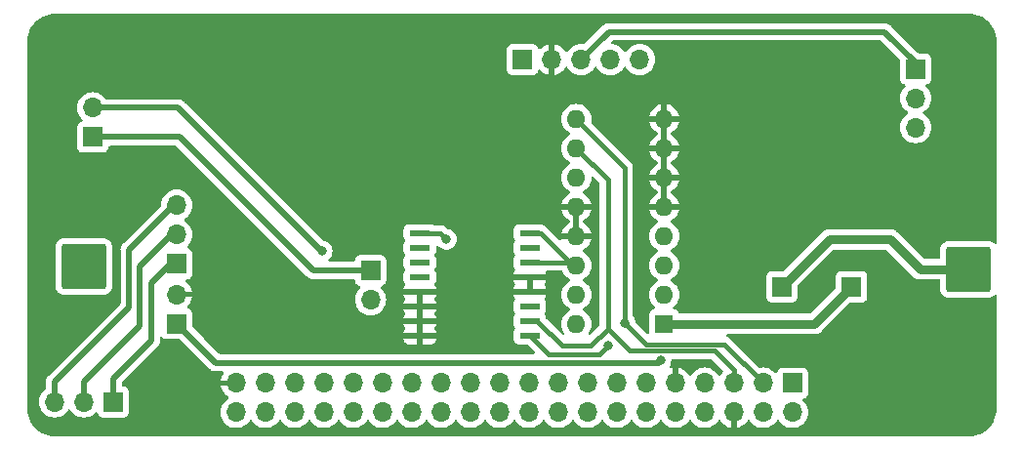
<source format=gbr>
%TF.GenerationSoftware,KiCad,Pcbnew,7.0.10*%
%TF.CreationDate,2024-04-11T21:52:28-07:00*%
%TF.ProjectId,magical toys integration pcbrev4,6d616769-6361-46c2-9074-6f797320696e,rev?*%
%TF.SameCoordinates,Original*%
%TF.FileFunction,Copper,L1,Top*%
%TF.FilePolarity,Positive*%
%FSLAX46Y46*%
G04 Gerber Fmt 4.6, Leading zero omitted, Abs format (unit mm)*
G04 Created by KiCad (PCBNEW 7.0.10) date 2024-04-11 21:52:28*
%MOMM*%
%LPD*%
G01*
G04 APERTURE LIST*
G04 Aperture macros list*
%AMRoundRect*
0 Rectangle with rounded corners*
0 $1 Rounding radius*
0 $2 $3 $4 $5 $6 $7 $8 $9 X,Y pos of 4 corners*
0 Add a 4 corners polygon primitive as box body*
4,1,4,$2,$3,$4,$5,$6,$7,$8,$9,$2,$3,0*
0 Add four circle primitives for the rounded corners*
1,1,$1+$1,$2,$3*
1,1,$1+$1,$4,$5*
1,1,$1+$1,$6,$7*
1,1,$1+$1,$8,$9*
0 Add four rect primitives between the rounded corners*
20,1,$1+$1,$2,$3,$4,$5,0*
20,1,$1+$1,$4,$5,$6,$7,0*
20,1,$1+$1,$6,$7,$8,$9,0*
20,1,$1+$1,$8,$9,$2,$3,0*%
G04 Aperture macros list end*
%TA.AperFunction,ComponentPad*%
%ADD10R,1.700000X1.700000*%
%TD*%
%TA.AperFunction,ComponentPad*%
%ADD11O,1.700000X1.700000*%
%TD*%
%TA.AperFunction,SMDPad,CuDef*%
%ADD12R,1.803400X0.533400*%
%TD*%
%TA.AperFunction,ComponentPad*%
%ADD13RoundRect,0.250002X-1.699998X-1.699998X1.699998X-1.699998X1.699998X1.699998X-1.699998X1.699998X0*%
%TD*%
%TA.AperFunction,ComponentPad*%
%ADD14R,1.600000X1.600000*%
%TD*%
%TA.AperFunction,ComponentPad*%
%ADD15O,1.600000X1.600000*%
%TD*%
%TA.AperFunction,ViaPad*%
%ADD16C,0.800000*%
%TD*%
%TA.AperFunction,Conductor*%
%ADD17C,0.508000*%
%TD*%
%TA.AperFunction,Conductor*%
%ADD18C,0.381000*%
%TD*%
%TA.AperFunction,Conductor*%
%ADD19C,0.762000*%
%TD*%
G04 APERTURE END LIST*
D10*
%TO.P,J1,1,Pin_1*%
%TO.N,+3.3V*%
X177525000Y-111475000D03*
D11*
%TO.P,J1,2,Pin_2*%
%TO.N,+5V*%
X177525000Y-114015000D03*
%TO.P,J1,3,Pin_3*%
%TO.N,/ADC-SDA*%
X174985000Y-111475000D03*
%TO.P,J1,4,Pin_4*%
%TO.N,+5V*%
X174985000Y-114015000D03*
%TO.P,J1,5,Pin_5*%
%TO.N,/ADC-SCL*%
X172445000Y-111475000D03*
%TO.P,J1,6,Pin_6*%
%TO.N,GND*%
X172445000Y-114015000D03*
%TO.P,J1,7,Pin_7*%
%TO.N,unconnected-(J1-Pin_7-Pad7)*%
X169905000Y-111475000D03*
%TO.P,J1,8,Pin_8*%
%TO.N,unconnected-(J1-Pin_8-Pad8)*%
X169905000Y-114015000D03*
%TO.P,J1,9,Pin_9*%
%TO.N,GND*%
X167365000Y-111475000D03*
%TO.P,J1,10,Pin_10*%
%TO.N,unconnected-(J1-Pin_10-Pad10)*%
X167365000Y-114015000D03*
%TO.P,J1,11,Pin_11*%
%TO.N,unconnected-(J1-Pin_11-Pad11)*%
X164825000Y-111475000D03*
%TO.P,J1,12,Pin_12*%
%TO.N,unconnected-(J1-Pin_12-Pad12)*%
X164825000Y-114015000D03*
%TO.P,J1,13,Pin_13*%
%TO.N,unconnected-(J1-Pin_13-Pad13)*%
X162285000Y-111475000D03*
%TO.P,J1,14,Pin_14*%
%TO.N,unconnected-(J1-Pin_14-Pad14)*%
X162285000Y-114015000D03*
%TO.P,J1,15,Pin_15*%
%TO.N,unconnected-(J1-Pin_15-Pad15)*%
X159745000Y-111475000D03*
%TO.P,J1,16,Pin_16*%
%TO.N,unconnected-(J1-Pin_16-Pad16)*%
X159745000Y-114015000D03*
%TO.P,J1,17,Pin_17*%
%TO.N,unconnected-(J1-Pin_17-Pad17)*%
X157205000Y-111475000D03*
%TO.P,J1,18,Pin_18*%
%TO.N,unconnected-(J1-Pin_18-Pad18)*%
X157205000Y-114015000D03*
%TO.P,J1,19,Pin_19*%
%TO.N,unconnected-(J1-Pin_19-Pad19)*%
X154665000Y-111475000D03*
%TO.P,J1,20,Pin_20*%
%TO.N,unconnected-(J1-Pin_20-Pad20)*%
X154665000Y-114015000D03*
%TO.P,J1,21,Pin_21*%
%TO.N,unconnected-(J1-Pin_21-Pad21)*%
X152125000Y-111475000D03*
%TO.P,J1,22,Pin_22*%
%TO.N,unconnected-(J1-Pin_22-Pad22)*%
X152125000Y-114015000D03*
%TO.P,J1,23,Pin_23*%
%TO.N,unconnected-(J1-Pin_23-Pad23)*%
X149585000Y-111475000D03*
%TO.P,J1,24,Pin_24*%
%TO.N,unconnected-(J1-Pin_24-Pad24)*%
X149585000Y-114015000D03*
%TO.P,J1,25,Pin_25*%
%TO.N,unconnected-(J1-Pin_25-Pad25)*%
X147045000Y-111475000D03*
%TO.P,J1,26,Pin_26*%
%TO.N,unconnected-(J1-Pin_26-Pad26)*%
X147045000Y-114015000D03*
%TO.P,J1,27,Pin_27*%
%TO.N,unconnected-(J1-Pin_27-Pad27)*%
X144505000Y-111475000D03*
%TO.P,J1,28,Pin_28*%
%TO.N,unconnected-(J1-Pin_28-Pad28)*%
X144505000Y-114015000D03*
%TO.P,J1,29,Pin_29*%
%TO.N,unconnected-(J1-Pin_29-Pad29)*%
X141965000Y-111475000D03*
%TO.P,J1,30,Pin_30*%
%TO.N,unconnected-(J1-Pin_30-Pad30)*%
X141965000Y-114015000D03*
%TO.P,J1,31,Pin_31*%
%TO.N,unconnected-(J1-Pin_31-Pad31)*%
X139425000Y-111475000D03*
%TO.P,J1,32,Pin_32*%
%TO.N,unconnected-(J1-Pin_32-Pad32)*%
X139425000Y-114015000D03*
%TO.P,J1,33,Pin_33*%
%TO.N,unconnected-(J1-Pin_33-Pad33)*%
X136885000Y-111475000D03*
%TO.P,J1,34,Pin_34*%
%TO.N,unconnected-(J1-Pin_34-Pad34)*%
X136885000Y-114015000D03*
%TO.P,J1,35,Pin_35*%
%TO.N,unconnected-(J1-Pin_35-Pad35)*%
X134345000Y-111475000D03*
%TO.P,J1,36,Pin_36*%
%TO.N,unconnected-(J1-Pin_36-Pad36)*%
X134345000Y-114015000D03*
%TO.P,J1,37,Pin_37*%
%TO.N,unconnected-(J1-Pin_37-Pad37)*%
X131805000Y-111475000D03*
%TO.P,J1,38,Pin_38*%
%TO.N,unconnected-(J1-Pin_38-Pad38)*%
X131805000Y-114015000D03*
%TO.P,J1,39,Pin_39*%
%TO.N,GND*%
X129265000Y-111475000D03*
%TO.P,J1,40,Pin_40*%
%TO.N,unconnected-(J1-Pin_40-Pad40)*%
X129265000Y-114015000D03*
%TD*%
D12*
%TO.P,U2,1,AIN0*%
%TO.N,/VBAT+*%
X145200000Y-98460000D03*
%TO.P,U2,2,AIN1*%
%TO.N,unconnected-(U2-AIN1-Pad2)*%
X145200000Y-99730000D03*
%TO.P,U2,3,AIN2*%
%TO.N,unconnected-(U2-AIN2-Pad3)*%
X145200000Y-101000000D03*
%TO.P,U2,4,AIN3*%
%TO.N,unconnected-(U2-AIN3-Pad4)*%
X145200000Y-102270000D03*
%TO.P,U2,5,A0*%
%TO.N,GND*%
X145200000Y-103540000D03*
%TO.P,U2,6,A1*%
X145200000Y-104810000D03*
%TO.P,U2,7,A2*%
X145200000Y-106080000D03*
%TO.P,U2,8,VSS*%
X145200000Y-107350000D03*
%TO.P,U2,9,SDA*%
%TO.N,/ADC-SDA*%
X154750400Y-107350000D03*
%TO.P,U2,10,SCL*%
%TO.N,/ADC-SCL*%
X154750400Y-106080000D03*
%TO.P,U2,11,OSC*%
%TO.N,unconnected-(U2-OSC-Pad11)*%
X154750400Y-104810000D03*
%TO.P,U2,12,EXT*%
%TO.N,GND*%
X154750400Y-103540000D03*
%TO.P,U2,13,AGND*%
X154750400Y-102270000D03*
%TO.P,U2,14,VREF*%
%TO.N,+5V*%
X154750400Y-101000000D03*
%TO.P,U2,15,AOUT*%
%TO.N,unconnected-(U2-AOUT-Pad15)*%
X154750400Y-99730000D03*
%TO.P,U2,16,VDD*%
%TO.N,+5V*%
X154750400Y-98460000D03*
%TD*%
D10*
%TO.P,J5V_OUT1,1,Pin_1*%
%TO.N,Net-(J5V_OUT1-Pin_1)*%
X188200000Y-84225000D03*
D11*
%TO.P,J5V_OUT1,2,Pin_2*%
%TO.N,unconnected-(J5V_OUT1-Pin_2-Pad2)*%
X188200000Y-86765000D03*
%TO.P,J5V_OUT1,3,Pin_3*%
%TO.N,+5V*%
X188200000Y-89305000D03*
%TD*%
D10*
%TO.P,J3.5AudioBreakout2,1,Pin_1*%
%TO.N,/AudioR*%
X118600000Y-113100000D03*
D11*
%TO.P,J3.5AudioBreakout2,2,Pin_2*%
%TO.N,/AudioG*%
X116060000Y-113100000D03*
%TO.P,J3.5AudioBreakout2,3,Pin_3*%
%TO.N,/AudioL*%
X113520000Y-113100000D03*
%TD*%
D10*
%TO.P,J3.5AudioInput1,1,Pin_1*%
%TO.N,/AudioR*%
X124125000Y-101125000D03*
D11*
%TO.P,J3.5AudioInput1,2,Pin_2*%
%TO.N,/AudioG*%
X124125000Y-98585000D03*
%TO.P,J3.5AudioInput1,3,Pin_3*%
%TO.N,/AudioL*%
X124125000Y-96045000D03*
%TD*%
D10*
%TO.P,JSPK_VIN1,1,Pin_1*%
%TO.N,+3.3V*%
X124124997Y-106311999D03*
D11*
%TO.P,JSPK_VIN1,2,Pin_2*%
%TO.N,GND*%
X124124997Y-103771999D03*
%TD*%
D10*
%TO.P,JSPK_BREAKOUT2,1,Pin_1*%
%TO.N,/SPK+_V1*%
X116850000Y-90137998D03*
D11*
%TO.P,JSPK_BREAKOUT2,2,Pin_2*%
%TO.N,/SPK-_V2*%
X116850000Y-87597998D03*
%TD*%
D10*
%TO.P,JOFF_BATT-1,1,Pin_1*%
%TO.N,/VBAT-*%
X176600000Y-103115000D03*
%TD*%
D13*
%TO.P,J2,1,Pin_1*%
%TO.N,/VBAT-*%
X192800000Y-101600000D03*
%TD*%
D10*
%TO.P,JSPK_OUT_R1,1,Pin_1*%
%TO.N,/SPK+_V1*%
X140925000Y-101685000D03*
D11*
%TO.P,JSPK_OUT_R1,2,Pin_2*%
%TO.N,/SPK-_V2*%
X140925000Y-104225000D03*
%TD*%
D10*
%TO.P,JOFF_BATT+1,1,Pin_1*%
%TO.N,/VBAT+*%
X182650000Y-103115000D03*
%TD*%
D14*
%TO.P,U1,1,AIN0*%
%TO.N,/VBAT+*%
X166400000Y-106340000D03*
D15*
%TO.P,U1,2,AIN1*%
%TO.N,unconnected-(U1-AIN1-Pad2)*%
X166400000Y-103800000D03*
%TO.P,U1,3,AIN2*%
%TO.N,unconnected-(U1-AIN2-Pad3)*%
X166400000Y-101260000D03*
%TO.P,U1,4,AIN3*%
%TO.N,unconnected-(U1-AIN3-Pad4)*%
X166400000Y-98720000D03*
%TO.P,U1,5,A0*%
%TO.N,GND*%
X166400000Y-96180000D03*
%TO.P,U1,6,A1*%
X166400000Y-93640000D03*
%TO.P,U1,7,A2*%
X166400000Y-91100000D03*
%TO.P,U1,8,VSS*%
X166400000Y-88560000D03*
%TO.P,U1,9,SDA*%
%TO.N,/ADC-SDA*%
X158780000Y-88560000D03*
%TO.P,U1,10,SCL*%
%TO.N,/ADC-SCL*%
X158780000Y-91100000D03*
%TO.P,U1,11,OSC*%
%TO.N,unconnected-(U1-OSC-Pad11)*%
X158780000Y-93640000D03*
%TO.P,U1,12,EXT*%
%TO.N,GND*%
X158780000Y-96180000D03*
%TO.P,U1,13,AGND*%
X158780000Y-98720000D03*
%TO.P,U1,14,VREF*%
%TO.N,+5V*%
X158780000Y-101260000D03*
%TO.P,U1,15,AOUT*%
%TO.N,unconnected-(U1-AOUT-Pad15)*%
X158780000Y-103800000D03*
%TO.P,U1,16,VDD*%
%TO.N,+5V*%
X158780000Y-106340000D03*
%TD*%
D10*
%TO.P,JSWT-DROPIN1,1,Pin_1*%
%TO.N,unconnected-(JSWT-DROPIN1-Pin_1-Pad1)*%
X154110000Y-83400000D03*
D11*
%TO.P,JSWT-DROPIN1,2,Pin_2*%
%TO.N,GND*%
X156650000Y-83400000D03*
%TO.P,JSWT-DROPIN1,3,Pin_3*%
%TO.N,Net-(J5V_OUT1-Pin_1)*%
X159190000Y-83400000D03*
%TO.P,JSWT-DROPIN1,4,Pin_4*%
%TO.N,unconnected-(JSWT-DROPIN1-Pin_4-Pad4)*%
X161730000Y-83400000D03*
%TO.P,JSWT-DROPIN1,5,Pin_5*%
%TO.N,unconnected-(JSWT-DROPIN1-Pin_5-Pad5)*%
X164270000Y-83400000D03*
%TD*%
D13*
%TO.P,J3,1,Pin_1*%
%TO.N,/VBAT+*%
X116050000Y-101350000D03*
%TD*%
D16*
%TO.N,+3.3V*%
X166100000Y-109500000D03*
%TO.N,/ADC-SDA*%
X163000000Y-106250000D03*
X161500000Y-108250000D03*
%TO.N,GND*%
X175200000Y-109400000D03*
%TO.N,/VBAT+*%
X147500000Y-99000000D03*
%TO.N,/SPK-_V2*%
X136725000Y-100025000D03*
%TD*%
D17*
%TO.N,+3.3V*%
X165900000Y-109700000D02*
X166100000Y-109500000D01*
X127512998Y-109700000D02*
X165900000Y-109700000D01*
X124124997Y-106311999D02*
X127512998Y-109700000D01*
D18*
%TO.N,+5V*%
X158520000Y-101000000D02*
X154750400Y-101000000D01*
X158780000Y-101260000D02*
X158520000Y-101000000D01*
X155720000Y-98460000D02*
X154750400Y-98460000D01*
X158780000Y-101260000D02*
X158520000Y-101260000D01*
X158520000Y-101260000D02*
X155720000Y-98460000D01*
%TO.N,/ADC-SDA*%
X154750400Y-107350000D02*
X156400400Y-109000000D01*
X171610000Y-108100000D02*
X174985000Y-111475000D01*
X163000000Y-106250000D02*
X164850000Y-108100000D01*
X164850000Y-108100000D02*
X171610000Y-108100000D01*
X156400400Y-109000000D02*
X160750000Y-109000000D01*
X158780000Y-88560000D02*
X163000000Y-92780000D01*
X160750000Y-109000000D02*
X161500000Y-108250000D01*
X163000000Y-92780000D02*
X163000000Y-106250000D01*
%TO.N,/ADC-SCL*%
X161500000Y-106750000D02*
X161500000Y-106500000D01*
X172445000Y-111475000D02*
X172445000Y-110345000D01*
X155385400Y-106080000D02*
X157555400Y-108250000D01*
X157555400Y-108250000D02*
X160000000Y-108250000D01*
X161500000Y-106500000D02*
X161500000Y-93820000D01*
X160000000Y-108250000D02*
X161500000Y-106750000D01*
X163431000Y-108681000D02*
X161500000Y-106750000D01*
X170781000Y-108681000D02*
X163431000Y-108681000D01*
X154750400Y-106080000D02*
X155385400Y-106080000D01*
X172445000Y-110345000D02*
X170781000Y-108681000D01*
X161500000Y-93820000D02*
X158780000Y-91100000D01*
D17*
%TO.N,/AudioR*%
X123575000Y-101125000D02*
X124125000Y-101125000D01*
X121900000Y-107800000D02*
X121900000Y-102800000D01*
X118600000Y-113100000D02*
X118600000Y-111100000D01*
X118600000Y-111100000D02*
X121900000Y-107800000D01*
X121900000Y-102800000D02*
X123575000Y-101125000D01*
%TO.N,/AudioG*%
X116060000Y-113100000D02*
X116060000Y-111340000D01*
X116060000Y-111340000D02*
X120900000Y-106500000D01*
X120900000Y-101400000D02*
X123715000Y-98585000D01*
X120900000Y-106500000D02*
X120900000Y-101400000D01*
X123715000Y-98585000D02*
X124125000Y-98585000D01*
%TO.N,/AudioL*%
X113520000Y-111380000D02*
X120000000Y-104900000D01*
X120000000Y-99900000D02*
X123855000Y-96045000D01*
X120000000Y-104900000D02*
X120000000Y-99900000D01*
X123855000Y-96045000D02*
X124125000Y-96045000D01*
X113520000Y-113100000D02*
X113520000Y-111380000D01*
D18*
%TO.N,/VBAT+*%
X145200000Y-98460000D02*
X146960000Y-98460000D01*
D19*
X182650000Y-103115000D02*
X179425000Y-106340000D01*
X179425000Y-106340000D02*
X166400000Y-106340000D01*
D18*
X146960000Y-98460000D02*
X147500000Y-99000000D01*
D19*
%TO.N,/VBAT-*%
X186000000Y-99000000D02*
X180715000Y-99000000D01*
X188600000Y-101600000D02*
X186000000Y-99000000D01*
X192800000Y-101600000D02*
X188600000Y-101600000D01*
X180715000Y-99000000D02*
X176600000Y-103115000D01*
D17*
%TO.N,/SPK+_V1*%
X135935000Y-101685000D02*
X124387998Y-90137998D01*
X124387998Y-90137998D02*
X116850000Y-90137998D01*
X140925000Y-101685000D02*
X135935000Y-101685000D01*
%TO.N,/SPK-_V2*%
X136725000Y-100025000D02*
X136650000Y-100025000D01*
X136650000Y-100025000D02*
X124222998Y-87597998D01*
X124222998Y-87597998D02*
X116850000Y-87597998D01*
%TO.N,Net-(J5V_OUT1-Pin_1)*%
X185500000Y-81000000D02*
X161590000Y-81000000D01*
X188200000Y-83700000D02*
X185500000Y-81000000D01*
X161590000Y-81000000D02*
X159190000Y-83400000D01*
X188200000Y-84225000D02*
X188200000Y-83700000D01*
%TD*%
%TA.AperFunction,Conductor*%
%TO.N,GND*%
G36*
X170510455Y-109391685D02*
G01*
X170531097Y-109408319D01*
X171478759Y-110355981D01*
X171512244Y-110417304D01*
X171507260Y-110486996D01*
X171478760Y-110531343D01*
X171406503Y-110603600D01*
X171276575Y-110789158D01*
X171221998Y-110832783D01*
X171152500Y-110839977D01*
X171090145Y-110808454D01*
X171073425Y-110789158D01*
X170943494Y-110603597D01*
X170776402Y-110436506D01*
X170776395Y-110436501D01*
X170754367Y-110421077D01*
X170699518Y-110382671D01*
X170582834Y-110300967D01*
X170582830Y-110300965D01*
X170546268Y-110283916D01*
X170368663Y-110201097D01*
X170368659Y-110201096D01*
X170368655Y-110201094D01*
X170140413Y-110139938D01*
X170140403Y-110139936D01*
X169905001Y-110119341D01*
X169904999Y-110119341D01*
X169669596Y-110139936D01*
X169669586Y-110139938D01*
X169441344Y-110201094D01*
X169441335Y-110201098D01*
X169227171Y-110300964D01*
X169227169Y-110300965D01*
X169033597Y-110436505D01*
X168866508Y-110603594D01*
X168736269Y-110789595D01*
X168681692Y-110833219D01*
X168612193Y-110840412D01*
X168549839Y-110808890D01*
X168533119Y-110789594D01*
X168403113Y-110603926D01*
X168403108Y-110603920D01*
X168236082Y-110436894D01*
X168042578Y-110301399D01*
X167828492Y-110201570D01*
X167828486Y-110201567D01*
X167615000Y-110144364D01*
X167615000Y-111039498D01*
X167507315Y-110990320D01*
X167400763Y-110975000D01*
X167329237Y-110975000D01*
X167222685Y-110990320D01*
X167115000Y-111039498D01*
X167115000Y-110144364D01*
X167114999Y-110144363D01*
X166993400Y-110176946D01*
X166923550Y-110175283D01*
X166865688Y-110136120D01*
X166838184Y-110071892D01*
X166849771Y-110002990D01*
X166853909Y-109995190D01*
X166927179Y-109868284D01*
X166985674Y-109688256D01*
X167005460Y-109500000D01*
X167005459Y-109499997D01*
X167005460Y-109499995D01*
X167005460Y-109496000D01*
X167006114Y-109493772D01*
X167006139Y-109493535D01*
X167006182Y-109493539D01*
X167025145Y-109428961D01*
X167077949Y-109383206D01*
X167129460Y-109372000D01*
X170443416Y-109372000D01*
X170510455Y-109391685D01*
G37*
%TD.AperFunction*%
%TA.AperFunction,Conductor*%
G36*
X160294201Y-93591422D02*
G01*
X160772681Y-94069902D01*
X160806166Y-94131225D01*
X160809000Y-94157583D01*
X160809000Y-106412416D01*
X160789315Y-106479455D01*
X160772681Y-106500097D01*
X160049805Y-107222972D01*
X159988482Y-107256457D01*
X159918790Y-107251473D01*
X159862857Y-107209601D01*
X159838440Y-107144137D01*
X159853292Y-107075864D01*
X159860542Y-107064178D01*
X159910568Y-106992734D01*
X160006739Y-106786496D01*
X160065635Y-106566692D01*
X160085468Y-106340000D01*
X160065635Y-106113308D01*
X160006739Y-105893504D01*
X159910568Y-105687266D01*
X159780047Y-105500861D01*
X159780045Y-105500858D01*
X159619141Y-105339954D01*
X159432734Y-105209432D01*
X159432728Y-105209429D01*
X159378594Y-105184186D01*
X159374724Y-105182381D01*
X159322285Y-105136210D01*
X159303133Y-105069017D01*
X159323348Y-105002135D01*
X159374725Y-104957618D01*
X159432734Y-104930568D01*
X159619139Y-104800047D01*
X159780047Y-104639139D01*
X159910568Y-104452734D01*
X160006739Y-104246496D01*
X160065635Y-104026692D01*
X160085424Y-103800499D01*
X160085468Y-103800001D01*
X160085468Y-103799998D01*
X160076729Y-103700110D01*
X160065635Y-103573308D01*
X160006765Y-103353600D01*
X160006741Y-103353511D01*
X160006738Y-103353502D01*
X159910568Y-103147266D01*
X159804267Y-102995451D01*
X159780045Y-102960858D01*
X159619141Y-102799954D01*
X159432734Y-102669432D01*
X159432728Y-102669429D01*
X159378594Y-102644186D01*
X159374724Y-102642381D01*
X159322285Y-102596210D01*
X159303133Y-102529017D01*
X159323348Y-102462135D01*
X159374725Y-102417618D01*
X159432734Y-102390568D01*
X159619139Y-102260047D01*
X159780047Y-102099139D01*
X159910568Y-101912734D01*
X160006739Y-101706496D01*
X160065635Y-101486692D01*
X160085468Y-101260000D01*
X160065635Y-101033308D01*
X160006739Y-100813504D01*
X159910568Y-100607266D01*
X159780047Y-100420861D01*
X159780045Y-100420858D01*
X159619141Y-100259954D01*
X159432734Y-100129432D01*
X159432732Y-100129431D01*
X159378594Y-100104186D01*
X159374132Y-100102105D01*
X159321694Y-100055934D01*
X159302542Y-99988740D01*
X159322758Y-99921859D01*
X159374134Y-99877341D01*
X159432484Y-99850132D01*
X159618820Y-99719657D01*
X159779657Y-99558820D01*
X159910134Y-99372482D01*
X160006265Y-99166326D01*
X160006269Y-99166317D01*
X160058872Y-98970000D01*
X159095686Y-98970000D01*
X159107641Y-98958045D01*
X159165165Y-98845148D01*
X159184986Y-98720000D01*
X159165165Y-98594852D01*
X159107641Y-98481955D01*
X159095686Y-98470000D01*
X160058872Y-98470000D01*
X160058872Y-98469999D01*
X160006269Y-98273682D01*
X160006265Y-98273673D01*
X159910134Y-98067517D01*
X159779657Y-97881179D01*
X159618820Y-97720342D01*
X159432481Y-97589865D01*
X159432479Y-97589864D01*
X159373543Y-97562382D01*
X159321103Y-97516210D01*
X159301951Y-97449017D01*
X159322166Y-97382136D01*
X159373543Y-97337618D01*
X159432479Y-97310135D01*
X159432481Y-97310134D01*
X159618820Y-97179657D01*
X159779657Y-97018820D01*
X159910134Y-96832482D01*
X160006265Y-96626326D01*
X160006269Y-96626317D01*
X160058872Y-96430000D01*
X159095686Y-96430000D01*
X159107641Y-96418045D01*
X159165165Y-96305148D01*
X159184986Y-96180000D01*
X159165165Y-96054852D01*
X159107641Y-95941955D01*
X159095686Y-95930000D01*
X160058872Y-95930000D01*
X160058872Y-95929999D01*
X160006269Y-95733682D01*
X160006265Y-95733673D01*
X159910134Y-95527517D01*
X159779657Y-95341179D01*
X159618820Y-95180342D01*
X159432482Y-95049865D01*
X159374133Y-95022657D01*
X159321694Y-94976484D01*
X159302542Y-94909291D01*
X159322758Y-94842410D01*
X159374129Y-94797895D01*
X159432734Y-94770568D01*
X159619139Y-94640047D01*
X159780047Y-94479139D01*
X159910568Y-94292734D01*
X160006739Y-94086496D01*
X160065635Y-93866692D01*
X160082992Y-93668294D01*
X160108444Y-93603227D01*
X160165035Y-93562248D01*
X160234797Y-93558370D01*
X160294201Y-93591422D01*
G37*
%TD.AperFunction*%
%TA.AperFunction,Conductor*%
G36*
X159030000Y-98404314D02*
G01*
X159018045Y-98392359D01*
X158905148Y-98334835D01*
X158811481Y-98320000D01*
X158748519Y-98320000D01*
X158654852Y-98334835D01*
X158541955Y-98392359D01*
X158530000Y-98404314D01*
X158530000Y-96495686D01*
X158541955Y-96507641D01*
X158654852Y-96565165D01*
X158748519Y-96580000D01*
X158811481Y-96580000D01*
X158905148Y-96565165D01*
X159018045Y-96507641D01*
X159030000Y-96495686D01*
X159030000Y-98404314D01*
G37*
%TD.AperFunction*%
%TA.AperFunction,Conductor*%
G36*
X166650000Y-95864314D02*
G01*
X166638045Y-95852359D01*
X166525148Y-95794835D01*
X166431481Y-95780000D01*
X166368519Y-95780000D01*
X166274852Y-95794835D01*
X166161955Y-95852359D01*
X166150000Y-95864314D01*
X166150000Y-93955686D01*
X166161955Y-93967641D01*
X166274852Y-94025165D01*
X166368519Y-94040000D01*
X166431481Y-94040000D01*
X166525148Y-94025165D01*
X166638045Y-93967641D01*
X166650000Y-93955686D01*
X166650000Y-95864314D01*
G37*
%TD.AperFunction*%
%TA.AperFunction,Conductor*%
G36*
X166650000Y-93324314D02*
G01*
X166638045Y-93312359D01*
X166525148Y-93254835D01*
X166431481Y-93240000D01*
X166368519Y-93240000D01*
X166274852Y-93254835D01*
X166161955Y-93312359D01*
X166150000Y-93324314D01*
X166150000Y-91415686D01*
X166161955Y-91427641D01*
X166274852Y-91485165D01*
X166368519Y-91500000D01*
X166431481Y-91500000D01*
X166525148Y-91485165D01*
X166638045Y-91427641D01*
X166650000Y-91415686D01*
X166650000Y-93324314D01*
G37*
%TD.AperFunction*%
%TA.AperFunction,Conductor*%
G36*
X166650000Y-90784314D02*
G01*
X166638045Y-90772359D01*
X166525148Y-90714835D01*
X166431481Y-90700000D01*
X166368519Y-90700000D01*
X166274852Y-90714835D01*
X166161955Y-90772359D01*
X166150000Y-90784314D01*
X166150000Y-88875686D01*
X166161955Y-88887641D01*
X166274852Y-88945165D01*
X166368519Y-88960000D01*
X166431481Y-88960000D01*
X166525148Y-88945165D01*
X166638045Y-88887641D01*
X166650000Y-88875686D01*
X166650000Y-90784314D01*
G37*
%TD.AperFunction*%
%TA.AperFunction,Conductor*%
G36*
X192803736Y-79408726D02*
G01*
X193086805Y-79425848D01*
X193101668Y-79427653D01*
X193376917Y-79478095D01*
X193391454Y-79481678D01*
X193658605Y-79564926D01*
X193672597Y-79570231D01*
X193927789Y-79685084D01*
X193941035Y-79692036D01*
X194180512Y-79836805D01*
X194192828Y-79845306D01*
X194192835Y-79845311D01*
X194413112Y-80017887D01*
X194424320Y-80027817D01*
X194622182Y-80225679D01*
X194632112Y-80236887D01*
X194653096Y-80263671D01*
X194790739Y-80439360D01*
X194804689Y-80457165D01*
X194813193Y-80469486D01*
X194838738Y-80511742D01*
X194957960Y-80708958D01*
X194964919Y-80722217D01*
X195079766Y-80977398D01*
X195085075Y-80991399D01*
X195168320Y-81258544D01*
X195171904Y-81273082D01*
X195222346Y-81548331D01*
X195224151Y-81563196D01*
X195241274Y-81846263D01*
X195241500Y-81853750D01*
X195241500Y-99280772D01*
X195221815Y-99347811D01*
X195169011Y-99393566D01*
X195099853Y-99403510D01*
X195036297Y-99374485D01*
X195029819Y-99368453D01*
X194968656Y-99307290D01*
X194968655Y-99307289D01*
X194819333Y-99215186D01*
X194652796Y-99160001D01*
X194652794Y-99160000D01*
X194550008Y-99149500D01*
X191050000Y-99149500D01*
X191049983Y-99149501D01*
X190947204Y-99160000D01*
X190947201Y-99160001D01*
X190780669Y-99215185D01*
X190780664Y-99215187D01*
X190631343Y-99307290D01*
X190507290Y-99431343D01*
X190415187Y-99580664D01*
X190415185Y-99580669D01*
X190407236Y-99604659D01*
X190360001Y-99747204D01*
X190360001Y-99747205D01*
X190360000Y-99747205D01*
X190349500Y-99849985D01*
X190349500Y-100594500D01*
X190329815Y-100661539D01*
X190277011Y-100707294D01*
X190225500Y-100718500D01*
X189016491Y-100718500D01*
X188949452Y-100698815D01*
X188928810Y-100682181D01*
X186652221Y-98405592D01*
X186645393Y-98398186D01*
X186640444Y-98392359D01*
X186609782Y-98356261D01*
X186609781Y-98356260D01*
X186544291Y-98306476D01*
X186541644Y-98304407D01*
X186477548Y-98252885D01*
X186477547Y-98252884D01*
X186477297Y-98252760D01*
X186457369Y-98240399D01*
X186457142Y-98240227D01*
X186457137Y-98240223D01*
X186382475Y-98205682D01*
X186379446Y-98204230D01*
X186305780Y-98167695D01*
X186305767Y-98167691D01*
X186305498Y-98167624D01*
X186283377Y-98159834D01*
X186283129Y-98159719D01*
X186283125Y-98159718D01*
X186202790Y-98142034D01*
X186199524Y-98141268D01*
X186119707Y-98121419D01*
X186119697Y-98121418D01*
X186119424Y-98121411D01*
X186096144Y-98118560D01*
X186095874Y-98118500D01*
X186095869Y-98118500D01*
X186013643Y-98118500D01*
X186010285Y-98118455D01*
X185928039Y-98116227D01*
X185928038Y-98116227D01*
X185928036Y-98116227D01*
X185927761Y-98116279D01*
X185904403Y-98118500D01*
X180755873Y-98118500D01*
X180745808Y-98118091D01*
X180690991Y-98113626D01*
X180690983Y-98113627D01*
X180609467Y-98124732D01*
X180606139Y-98125140D01*
X180524382Y-98134033D01*
X180524372Y-98134036D01*
X180524108Y-98134125D01*
X180501298Y-98139470D01*
X180501011Y-98139509D01*
X180501006Y-98139510D01*
X180423771Y-98167884D01*
X180420608Y-98168998D01*
X180342689Y-98195253D01*
X180342676Y-98195259D01*
X180342431Y-98195407D01*
X180321315Y-98205526D01*
X180321041Y-98205626D01*
X180321030Y-98205632D01*
X180251728Y-98249927D01*
X180248879Y-98251694D01*
X180178396Y-98294103D01*
X180178382Y-98294114D01*
X180178176Y-98294310D01*
X180159721Y-98308738D01*
X180159482Y-98308890D01*
X180159470Y-98308899D01*
X180101309Y-98367059D01*
X180098906Y-98369398D01*
X180039189Y-98425966D01*
X180039187Y-98425968D01*
X180039028Y-98426204D01*
X180024086Y-98444283D01*
X176740188Y-101728181D01*
X176678865Y-101761666D01*
X176652507Y-101764500D01*
X175702129Y-101764500D01*
X175702123Y-101764501D01*
X175642516Y-101770908D01*
X175507671Y-101821202D01*
X175507664Y-101821206D01*
X175392455Y-101907452D01*
X175392452Y-101907455D01*
X175306206Y-102022664D01*
X175306202Y-102022671D01*
X175255908Y-102157517D01*
X175249501Y-102217116D01*
X175249501Y-102217123D01*
X175249500Y-102217135D01*
X175249500Y-104012870D01*
X175249501Y-104012876D01*
X175255908Y-104072483D01*
X175306202Y-104207328D01*
X175306206Y-104207335D01*
X175392452Y-104322544D01*
X175392455Y-104322547D01*
X175507664Y-104408793D01*
X175507671Y-104408797D01*
X175642517Y-104459091D01*
X175642516Y-104459091D01*
X175649444Y-104459835D01*
X175702127Y-104465500D01*
X177497872Y-104465499D01*
X177557483Y-104459091D01*
X177692331Y-104408796D01*
X177807546Y-104322546D01*
X177893796Y-104207331D01*
X177944091Y-104072483D01*
X177950500Y-104012873D01*
X177950499Y-103062489D01*
X177970183Y-102995451D01*
X177986813Y-102974814D01*
X181043810Y-99917819D01*
X181105133Y-99884334D01*
X181131491Y-99881500D01*
X185583509Y-99881500D01*
X185650548Y-99901185D01*
X185671190Y-99917819D01*
X187947778Y-102194407D01*
X187954606Y-102201813D01*
X187990218Y-102243739D01*
X188055751Y-102293556D01*
X188058320Y-102295564D01*
X188122453Y-102347115D01*
X188122682Y-102347228D01*
X188142635Y-102359603D01*
X188142859Y-102359774D01*
X188142860Y-102359774D01*
X188142861Y-102359775D01*
X188217537Y-102394323D01*
X188220543Y-102395763D01*
X188294226Y-102432307D01*
X188294481Y-102432370D01*
X188316633Y-102440169D01*
X188316876Y-102440282D01*
X188316879Y-102440282D01*
X188316880Y-102440283D01*
X188397188Y-102457960D01*
X188400433Y-102458719D01*
X188480296Y-102478581D01*
X188480565Y-102478588D01*
X188503871Y-102481443D01*
X188504130Y-102481500D01*
X188504131Y-102481500D01*
X188586356Y-102481500D01*
X188589714Y-102481545D01*
X188671963Y-102483773D01*
X188672237Y-102483720D01*
X188695596Y-102481500D01*
X190225501Y-102481500D01*
X190292540Y-102501185D01*
X190338295Y-102553989D01*
X190349501Y-102605500D01*
X190349501Y-103350016D01*
X190360000Y-103452795D01*
X190360001Y-103452798D01*
X190415185Y-103619330D01*
X190415187Y-103619335D01*
X190429606Y-103642711D01*
X190507289Y-103768655D01*
X190631345Y-103892711D01*
X190780667Y-103984814D01*
X190947204Y-104039999D01*
X191049993Y-104050500D01*
X194550006Y-104050499D01*
X194562635Y-104049209D01*
X194567887Y-104048672D01*
X194652796Y-104039999D01*
X194819333Y-103984814D01*
X194968655Y-103892711D01*
X195029819Y-103831547D01*
X195091142Y-103798062D01*
X195160834Y-103803046D01*
X195216767Y-103844918D01*
X195241184Y-103910382D01*
X195241500Y-103919228D01*
X195241500Y-113646249D01*
X195241274Y-113653736D01*
X195224151Y-113936803D01*
X195222346Y-113951668D01*
X195171904Y-114226917D01*
X195168320Y-114241455D01*
X195085075Y-114508600D01*
X195079766Y-114522601D01*
X194964919Y-114777782D01*
X194957960Y-114791041D01*
X194813195Y-115030511D01*
X194804689Y-115042834D01*
X194632112Y-115263112D01*
X194622182Y-115274320D01*
X194424320Y-115472182D01*
X194413112Y-115482112D01*
X194192834Y-115654689D01*
X194180511Y-115663195D01*
X193941041Y-115807960D01*
X193927782Y-115814919D01*
X193672601Y-115929766D01*
X193658600Y-115935075D01*
X193391455Y-116018320D01*
X193376917Y-116021904D01*
X193101668Y-116072346D01*
X193086803Y-116074151D01*
X192803736Y-116091274D01*
X192796249Y-116091500D01*
X113603750Y-116091500D01*
X113596263Y-116091274D01*
X113313195Y-116074151D01*
X113298330Y-116072346D01*
X113023082Y-116021904D01*
X113008544Y-116018320D01*
X112741399Y-115935075D01*
X112727398Y-115929766D01*
X112472217Y-115814919D01*
X112458958Y-115807960D01*
X112219488Y-115663195D01*
X112207165Y-115654689D01*
X111986887Y-115482112D01*
X111975679Y-115472182D01*
X111777817Y-115274320D01*
X111767887Y-115263112D01*
X111595306Y-115042828D01*
X111586808Y-115030517D01*
X111442036Y-114791034D01*
X111435081Y-114777782D01*
X111320231Y-114522596D01*
X111314924Y-114508600D01*
X111312144Y-114499680D01*
X111231678Y-114241454D01*
X111228095Y-114226917D01*
X111183410Y-113983084D01*
X111177652Y-113951666D01*
X111175848Y-113936803D01*
X111158726Y-113653736D01*
X111158500Y-113646249D01*
X111158500Y-113100000D01*
X112164341Y-113100000D01*
X112184936Y-113335403D01*
X112184938Y-113335413D01*
X112246094Y-113563655D01*
X112246096Y-113563659D01*
X112246097Y-113563663D01*
X112326004Y-113735023D01*
X112345965Y-113777830D01*
X112345967Y-113777834D01*
X112423807Y-113889000D01*
X112481505Y-113971401D01*
X112648599Y-114138495D01*
X112745384Y-114206265D01*
X112842165Y-114274032D01*
X112842167Y-114274033D01*
X112842170Y-114274035D01*
X113056337Y-114373903D01*
X113284592Y-114435063D01*
X113461034Y-114450500D01*
X113519999Y-114455659D01*
X113520000Y-114455659D01*
X113520001Y-114455659D01*
X113578966Y-114450500D01*
X113755408Y-114435063D01*
X113983663Y-114373903D01*
X114197830Y-114274035D01*
X114391401Y-114138495D01*
X114558495Y-113971401D01*
X114688425Y-113785842D01*
X114743002Y-113742217D01*
X114812500Y-113735023D01*
X114874855Y-113766546D01*
X114891575Y-113785842D01*
X115021500Y-113971395D01*
X115021505Y-113971401D01*
X115188599Y-114138495D01*
X115285384Y-114206265D01*
X115382165Y-114274032D01*
X115382167Y-114274033D01*
X115382170Y-114274035D01*
X115596337Y-114373903D01*
X115824592Y-114435063D01*
X116001034Y-114450500D01*
X116059999Y-114455659D01*
X116060000Y-114455659D01*
X116060001Y-114455659D01*
X116118966Y-114450500D01*
X116295408Y-114435063D01*
X116523663Y-114373903D01*
X116737830Y-114274035D01*
X116931401Y-114138495D01*
X117053329Y-114016566D01*
X117114648Y-113983084D01*
X117184340Y-113988068D01*
X117240274Y-114029939D01*
X117257189Y-114060917D01*
X117306202Y-114192328D01*
X117306206Y-114192335D01*
X117392452Y-114307544D01*
X117392455Y-114307547D01*
X117507664Y-114393793D01*
X117507671Y-114393797D01*
X117642517Y-114444091D01*
X117642516Y-114444091D01*
X117649444Y-114444835D01*
X117702127Y-114450500D01*
X119497872Y-114450499D01*
X119557483Y-114444091D01*
X119692331Y-114393796D01*
X119807546Y-114307546D01*
X119893796Y-114192331D01*
X119944091Y-114057483D01*
X119950500Y-113997873D01*
X119950499Y-112202128D01*
X119944091Y-112142517D01*
X119943566Y-112141110D01*
X119893797Y-112007671D01*
X119893793Y-112007664D01*
X119807547Y-111892455D01*
X119807544Y-111892452D01*
X119692335Y-111806206D01*
X119692328Y-111806202D01*
X119557482Y-111755908D01*
X119557483Y-111755908D01*
X119497883Y-111749501D01*
X119497881Y-111749500D01*
X119497873Y-111749500D01*
X119497865Y-111749500D01*
X119478500Y-111749500D01*
X119411461Y-111729815D01*
X119365706Y-111677011D01*
X119354500Y-111625500D01*
X119354500Y-111463885D01*
X119374185Y-111396846D01*
X119390814Y-111376209D01*
X122388264Y-108378758D01*
X122401883Y-108366988D01*
X122421294Y-108352539D01*
X122453334Y-108314354D01*
X122460623Y-108306399D01*
X122464583Y-108302441D01*
X122483927Y-108277974D01*
X122486161Y-108275232D01*
X122534667Y-108217427D01*
X122534671Y-108217418D01*
X122538637Y-108211390D01*
X122538683Y-108211420D01*
X122542795Y-108204965D01*
X122542748Y-108204936D01*
X122546532Y-108198799D01*
X122546539Y-108198791D01*
X122578417Y-108130428D01*
X122579972Y-108127214D01*
X122613824Y-108059811D01*
X122613826Y-108059798D01*
X122616293Y-108053024D01*
X122616346Y-108053043D01*
X122618858Y-108045815D01*
X122618807Y-108045798D01*
X122621077Y-108038945D01*
X122621077Y-108038943D01*
X122621079Y-108038940D01*
X122636345Y-107965001D01*
X122637097Y-107961610D01*
X122654500Y-107888188D01*
X122654500Y-107888181D01*
X122655338Y-107881015D01*
X122655392Y-107881021D01*
X122656170Y-107873405D01*
X122656117Y-107873401D01*
X122656746Y-107866210D01*
X122654552Y-107790804D01*
X122654500Y-107787198D01*
X122654500Y-107540844D01*
X122674185Y-107473805D01*
X122726989Y-107428050D01*
X122796147Y-107418106D01*
X122859703Y-107447131D01*
X122877762Y-107466528D01*
X122917451Y-107519545D01*
X122945903Y-107540844D01*
X123032661Y-107605792D01*
X123032668Y-107605796D01*
X123167514Y-107656090D01*
X123167513Y-107656090D01*
X123174441Y-107656834D01*
X123227124Y-107662499D01*
X124357110Y-107662498D01*
X124424149Y-107682183D01*
X124444791Y-107698817D01*
X126934232Y-110188258D01*
X126946013Y-110201890D01*
X126960459Y-110221294D01*
X126998636Y-110253328D01*
X127006612Y-110260638D01*
X127010552Y-110264579D01*
X127010556Y-110264582D01*
X127010557Y-110264583D01*
X127014185Y-110267452D01*
X127035008Y-110283916D01*
X127037805Y-110286195D01*
X127095570Y-110334667D01*
X127101607Y-110338637D01*
X127101577Y-110338682D01*
X127108036Y-110342796D01*
X127108065Y-110342750D01*
X127114205Y-110346537D01*
X127114207Y-110346539D01*
X127182555Y-110378410D01*
X127185773Y-110379968D01*
X127251052Y-110412752D01*
X127253187Y-110413824D01*
X127253189Y-110413824D01*
X127259977Y-110416295D01*
X127259958Y-110416347D01*
X127267183Y-110418858D01*
X127267201Y-110418807D01*
X127274053Y-110421077D01*
X127274054Y-110421077D01*
X127274058Y-110421079D01*
X127348001Y-110436346D01*
X127351408Y-110437102D01*
X127424810Y-110454500D01*
X127424813Y-110454500D01*
X127431984Y-110455339D01*
X127431977Y-110455392D01*
X127439592Y-110456170D01*
X127439597Y-110456117D01*
X127446787Y-110456746D01*
X127446791Y-110456745D01*
X127446792Y-110456746D01*
X127508825Y-110454940D01*
X127522194Y-110454552D01*
X127525800Y-110454500D01*
X128093314Y-110454500D01*
X128160353Y-110474185D01*
X128206108Y-110526989D01*
X128216052Y-110596147D01*
X128194889Y-110649623D01*
X128091400Y-110797420D01*
X128091399Y-110797422D01*
X127991570Y-111011507D01*
X127991567Y-111011513D01*
X127934364Y-111224999D01*
X127934364Y-111225000D01*
X128831314Y-111225000D01*
X128805507Y-111265156D01*
X128765000Y-111403111D01*
X128765000Y-111546889D01*
X128805507Y-111684844D01*
X128831314Y-111725000D01*
X127934364Y-111725000D01*
X127991567Y-111938486D01*
X127991570Y-111938492D01*
X128091399Y-112152578D01*
X128226894Y-112346082D01*
X128393917Y-112513105D01*
X128579595Y-112643119D01*
X128623219Y-112697696D01*
X128630412Y-112767195D01*
X128598890Y-112829549D01*
X128579595Y-112846269D01*
X128393594Y-112976508D01*
X128226505Y-113143597D01*
X128090965Y-113337169D01*
X128090964Y-113337171D01*
X127991098Y-113551335D01*
X127991094Y-113551344D01*
X127929938Y-113779586D01*
X127929936Y-113779596D01*
X127909341Y-114014999D01*
X127909341Y-114015000D01*
X127929936Y-114250403D01*
X127929938Y-114250413D01*
X127991094Y-114478655D01*
X127991096Y-114478659D01*
X127991097Y-114478663D01*
X128070801Y-114649588D01*
X128090965Y-114692830D01*
X128090967Y-114692834D01*
X128159732Y-114791040D01*
X128226505Y-114886401D01*
X128393599Y-115053495D01*
X128490384Y-115121265D01*
X128587165Y-115189032D01*
X128587167Y-115189033D01*
X128587170Y-115189035D01*
X128801337Y-115288903D01*
X129029592Y-115350063D01*
X129217918Y-115366539D01*
X129264999Y-115370659D01*
X129265000Y-115370659D01*
X129265001Y-115370659D01*
X129304234Y-115367226D01*
X129500408Y-115350063D01*
X129728663Y-115288903D01*
X129942830Y-115189035D01*
X130136401Y-115053495D01*
X130303495Y-114886401D01*
X130433425Y-114700842D01*
X130488002Y-114657217D01*
X130557500Y-114650023D01*
X130619855Y-114681546D01*
X130636575Y-114700842D01*
X130766500Y-114886395D01*
X130766505Y-114886401D01*
X130933599Y-115053495D01*
X131030384Y-115121265D01*
X131127165Y-115189032D01*
X131127167Y-115189033D01*
X131127170Y-115189035D01*
X131341337Y-115288903D01*
X131569592Y-115350063D01*
X131757918Y-115366539D01*
X131804999Y-115370659D01*
X131805000Y-115370659D01*
X131805001Y-115370659D01*
X131844234Y-115367226D01*
X132040408Y-115350063D01*
X132268663Y-115288903D01*
X132482830Y-115189035D01*
X132676401Y-115053495D01*
X132843495Y-114886401D01*
X132973425Y-114700842D01*
X133028002Y-114657217D01*
X133097500Y-114650023D01*
X133159855Y-114681546D01*
X133176575Y-114700842D01*
X133306500Y-114886395D01*
X133306505Y-114886401D01*
X133473599Y-115053495D01*
X133570384Y-115121265D01*
X133667165Y-115189032D01*
X133667167Y-115189033D01*
X133667170Y-115189035D01*
X133881337Y-115288903D01*
X134109592Y-115350063D01*
X134297918Y-115366539D01*
X134344999Y-115370659D01*
X134345000Y-115370659D01*
X134345001Y-115370659D01*
X134384234Y-115367226D01*
X134580408Y-115350063D01*
X134808663Y-115288903D01*
X135022830Y-115189035D01*
X135216401Y-115053495D01*
X135383495Y-114886401D01*
X135513425Y-114700842D01*
X135568002Y-114657217D01*
X135637500Y-114650023D01*
X135699855Y-114681546D01*
X135716575Y-114700842D01*
X135846500Y-114886395D01*
X135846505Y-114886401D01*
X136013599Y-115053495D01*
X136110384Y-115121265D01*
X136207165Y-115189032D01*
X136207167Y-115189033D01*
X136207170Y-115189035D01*
X136421337Y-115288903D01*
X136649592Y-115350063D01*
X136837918Y-115366539D01*
X136884999Y-115370659D01*
X136885000Y-115370659D01*
X136885001Y-115370659D01*
X136924234Y-115367226D01*
X137120408Y-115350063D01*
X137348663Y-115288903D01*
X137562830Y-115189035D01*
X137756401Y-115053495D01*
X137923495Y-114886401D01*
X138053425Y-114700842D01*
X138108002Y-114657217D01*
X138177500Y-114650023D01*
X138239855Y-114681546D01*
X138256575Y-114700842D01*
X138386500Y-114886395D01*
X138386505Y-114886401D01*
X138553599Y-115053495D01*
X138650384Y-115121265D01*
X138747165Y-115189032D01*
X138747167Y-115189033D01*
X138747170Y-115189035D01*
X138961337Y-115288903D01*
X139189592Y-115350063D01*
X139377918Y-115366539D01*
X139424999Y-115370659D01*
X139425000Y-115370659D01*
X139425001Y-115370659D01*
X139464234Y-115367226D01*
X139660408Y-115350063D01*
X139888663Y-115288903D01*
X140102830Y-115189035D01*
X140296401Y-115053495D01*
X140463495Y-114886401D01*
X140593425Y-114700842D01*
X140648002Y-114657217D01*
X140717500Y-114650023D01*
X140779855Y-114681546D01*
X140796575Y-114700842D01*
X140926500Y-114886395D01*
X140926505Y-114886401D01*
X141093599Y-115053495D01*
X141190384Y-115121265D01*
X141287165Y-115189032D01*
X141287167Y-115189033D01*
X141287170Y-115189035D01*
X141501337Y-115288903D01*
X141729592Y-115350063D01*
X141917918Y-115366539D01*
X141964999Y-115370659D01*
X141965000Y-115370659D01*
X141965001Y-115370659D01*
X142004234Y-115367226D01*
X142200408Y-115350063D01*
X142428663Y-115288903D01*
X142642830Y-115189035D01*
X142836401Y-115053495D01*
X143003495Y-114886401D01*
X143133425Y-114700842D01*
X143188002Y-114657217D01*
X143257500Y-114650023D01*
X143319855Y-114681546D01*
X143336575Y-114700842D01*
X143466500Y-114886395D01*
X143466505Y-114886401D01*
X143633599Y-115053495D01*
X143730384Y-115121265D01*
X143827165Y-115189032D01*
X143827167Y-115189033D01*
X143827170Y-115189035D01*
X144041337Y-115288903D01*
X144269592Y-115350063D01*
X144457918Y-115366539D01*
X144504999Y-115370659D01*
X144505000Y-115370659D01*
X144505001Y-115370659D01*
X144544234Y-115367226D01*
X144740408Y-115350063D01*
X144968663Y-115288903D01*
X145182830Y-115189035D01*
X145376401Y-115053495D01*
X145543495Y-114886401D01*
X145673425Y-114700842D01*
X145728002Y-114657217D01*
X145797500Y-114650023D01*
X145859855Y-114681546D01*
X145876575Y-114700842D01*
X146006500Y-114886395D01*
X146006505Y-114886401D01*
X146173599Y-115053495D01*
X146270384Y-115121265D01*
X146367165Y-115189032D01*
X146367167Y-115189033D01*
X146367170Y-115189035D01*
X146581337Y-115288903D01*
X146809592Y-115350063D01*
X146997918Y-115366539D01*
X147044999Y-115370659D01*
X147045000Y-115370659D01*
X147045001Y-115370659D01*
X147084234Y-115367226D01*
X147280408Y-115350063D01*
X147508663Y-115288903D01*
X147722830Y-115189035D01*
X147916401Y-115053495D01*
X148083495Y-114886401D01*
X148213425Y-114700842D01*
X148268002Y-114657217D01*
X148337500Y-114650023D01*
X148399855Y-114681546D01*
X148416575Y-114700842D01*
X148546500Y-114886395D01*
X148546505Y-114886401D01*
X148713599Y-115053495D01*
X148810384Y-115121265D01*
X148907165Y-115189032D01*
X148907167Y-115189033D01*
X148907170Y-115189035D01*
X149121337Y-115288903D01*
X149349592Y-115350063D01*
X149537918Y-115366539D01*
X149584999Y-115370659D01*
X149585000Y-115370659D01*
X149585001Y-115370659D01*
X149624234Y-115367226D01*
X149820408Y-115350063D01*
X150048663Y-115288903D01*
X150262830Y-115189035D01*
X150456401Y-115053495D01*
X150623495Y-114886401D01*
X150753425Y-114700842D01*
X150808002Y-114657217D01*
X150877500Y-114650023D01*
X150939855Y-114681546D01*
X150956575Y-114700842D01*
X151086500Y-114886395D01*
X151086505Y-114886401D01*
X151253599Y-115053495D01*
X151350384Y-115121265D01*
X151447165Y-115189032D01*
X151447167Y-115189033D01*
X151447170Y-115189035D01*
X151661337Y-115288903D01*
X151889592Y-115350063D01*
X152077918Y-115366539D01*
X152124999Y-115370659D01*
X152125000Y-115370659D01*
X152125001Y-115370659D01*
X152164234Y-115367226D01*
X152360408Y-115350063D01*
X152588663Y-115288903D01*
X152802830Y-115189035D01*
X152996401Y-115053495D01*
X153163495Y-114886401D01*
X153293425Y-114700842D01*
X153348002Y-114657217D01*
X153417500Y-114650023D01*
X153479855Y-114681546D01*
X153496575Y-114700842D01*
X153626500Y-114886395D01*
X153626505Y-114886401D01*
X153793599Y-115053495D01*
X153890384Y-115121265D01*
X153987165Y-115189032D01*
X153987167Y-115189033D01*
X153987170Y-115189035D01*
X154201337Y-115288903D01*
X154429592Y-115350063D01*
X154617918Y-115366539D01*
X154664999Y-115370659D01*
X154665000Y-115370659D01*
X154665001Y-115370659D01*
X154704234Y-115367226D01*
X154900408Y-115350063D01*
X155128663Y-115288903D01*
X155342830Y-115189035D01*
X155536401Y-115053495D01*
X155703495Y-114886401D01*
X155833425Y-114700842D01*
X155888002Y-114657217D01*
X155957500Y-114650023D01*
X156019855Y-114681546D01*
X156036575Y-114700842D01*
X156166500Y-114886395D01*
X156166505Y-114886401D01*
X156333599Y-115053495D01*
X156430384Y-115121265D01*
X156527165Y-115189032D01*
X156527167Y-115189033D01*
X156527170Y-115189035D01*
X156741337Y-115288903D01*
X156969592Y-115350063D01*
X157157918Y-115366539D01*
X157204999Y-115370659D01*
X157205000Y-115370659D01*
X157205001Y-115370659D01*
X157244234Y-115367226D01*
X157440408Y-115350063D01*
X157668663Y-115288903D01*
X157882830Y-115189035D01*
X158076401Y-115053495D01*
X158243495Y-114886401D01*
X158373425Y-114700842D01*
X158428002Y-114657217D01*
X158497500Y-114650023D01*
X158559855Y-114681546D01*
X158576575Y-114700842D01*
X158706500Y-114886395D01*
X158706505Y-114886401D01*
X158873599Y-115053495D01*
X158970384Y-115121265D01*
X159067165Y-115189032D01*
X159067167Y-115189033D01*
X159067170Y-115189035D01*
X159281337Y-115288903D01*
X159509592Y-115350063D01*
X159697918Y-115366539D01*
X159744999Y-115370659D01*
X159745000Y-115370659D01*
X159745001Y-115370659D01*
X159784234Y-115367226D01*
X159980408Y-115350063D01*
X160208663Y-115288903D01*
X160422830Y-115189035D01*
X160616401Y-115053495D01*
X160783495Y-114886401D01*
X160913425Y-114700842D01*
X160968002Y-114657217D01*
X161037500Y-114650023D01*
X161099855Y-114681546D01*
X161116575Y-114700842D01*
X161246500Y-114886395D01*
X161246505Y-114886401D01*
X161413599Y-115053495D01*
X161510384Y-115121265D01*
X161607165Y-115189032D01*
X161607167Y-115189033D01*
X161607170Y-115189035D01*
X161821337Y-115288903D01*
X162049592Y-115350063D01*
X162237918Y-115366539D01*
X162284999Y-115370659D01*
X162285000Y-115370659D01*
X162285001Y-115370659D01*
X162324234Y-115367226D01*
X162520408Y-115350063D01*
X162748663Y-115288903D01*
X162962830Y-115189035D01*
X163156401Y-115053495D01*
X163323495Y-114886401D01*
X163453425Y-114700842D01*
X163508002Y-114657217D01*
X163577500Y-114650023D01*
X163639855Y-114681546D01*
X163656575Y-114700842D01*
X163786500Y-114886395D01*
X163786505Y-114886401D01*
X163953599Y-115053495D01*
X164050384Y-115121265D01*
X164147165Y-115189032D01*
X164147167Y-115189033D01*
X164147170Y-115189035D01*
X164361337Y-115288903D01*
X164589592Y-115350063D01*
X164777918Y-115366539D01*
X164824999Y-115370659D01*
X164825000Y-115370659D01*
X164825001Y-115370659D01*
X164864234Y-115367226D01*
X165060408Y-115350063D01*
X165288663Y-115288903D01*
X165502830Y-115189035D01*
X165696401Y-115053495D01*
X165863495Y-114886401D01*
X165993425Y-114700842D01*
X166048002Y-114657217D01*
X166117500Y-114650023D01*
X166179855Y-114681546D01*
X166196575Y-114700842D01*
X166326500Y-114886395D01*
X166326505Y-114886401D01*
X166493599Y-115053495D01*
X166590384Y-115121265D01*
X166687165Y-115189032D01*
X166687167Y-115189033D01*
X166687170Y-115189035D01*
X166901337Y-115288903D01*
X167129592Y-115350063D01*
X167317918Y-115366539D01*
X167364999Y-115370659D01*
X167365000Y-115370659D01*
X167365001Y-115370659D01*
X167404234Y-115367226D01*
X167600408Y-115350063D01*
X167828663Y-115288903D01*
X168042830Y-115189035D01*
X168236401Y-115053495D01*
X168403495Y-114886401D01*
X168533425Y-114700842D01*
X168588002Y-114657217D01*
X168657500Y-114650023D01*
X168719855Y-114681546D01*
X168736575Y-114700842D01*
X168866500Y-114886395D01*
X168866505Y-114886401D01*
X169033599Y-115053495D01*
X169130384Y-115121265D01*
X169227165Y-115189032D01*
X169227167Y-115189033D01*
X169227170Y-115189035D01*
X169441337Y-115288903D01*
X169669592Y-115350063D01*
X169857918Y-115366539D01*
X169904999Y-115370659D01*
X169905000Y-115370659D01*
X169905001Y-115370659D01*
X169944234Y-115367226D01*
X170140408Y-115350063D01*
X170368663Y-115288903D01*
X170582830Y-115189035D01*
X170776401Y-115053495D01*
X170943495Y-114886401D01*
X171073730Y-114700405D01*
X171128307Y-114656781D01*
X171197805Y-114649587D01*
X171260160Y-114681110D01*
X171276879Y-114700405D01*
X171406890Y-114886078D01*
X171573917Y-115053105D01*
X171767421Y-115188600D01*
X171981507Y-115288429D01*
X171981516Y-115288433D01*
X172195000Y-115345634D01*
X172195000Y-114450501D01*
X172302685Y-114499680D01*
X172409237Y-114515000D01*
X172480763Y-114515000D01*
X172587315Y-114499680D01*
X172695000Y-114450501D01*
X172695000Y-115345633D01*
X172908483Y-115288433D01*
X172908492Y-115288429D01*
X173122578Y-115188600D01*
X173316082Y-115053105D01*
X173483105Y-114886082D01*
X173613119Y-114700405D01*
X173667696Y-114656781D01*
X173737195Y-114649588D01*
X173799549Y-114681110D01*
X173816269Y-114700405D01*
X173946505Y-114886401D01*
X174113599Y-115053495D01*
X174210384Y-115121265D01*
X174307165Y-115189032D01*
X174307167Y-115189033D01*
X174307170Y-115189035D01*
X174521337Y-115288903D01*
X174749592Y-115350063D01*
X174937918Y-115366539D01*
X174984999Y-115370659D01*
X174985000Y-115370659D01*
X174985001Y-115370659D01*
X175024234Y-115367226D01*
X175220408Y-115350063D01*
X175448663Y-115288903D01*
X175662830Y-115189035D01*
X175856401Y-115053495D01*
X176023495Y-114886401D01*
X176153425Y-114700842D01*
X176208002Y-114657217D01*
X176277500Y-114650023D01*
X176339855Y-114681546D01*
X176356575Y-114700842D01*
X176486500Y-114886395D01*
X176486505Y-114886401D01*
X176653599Y-115053495D01*
X176750384Y-115121265D01*
X176847165Y-115189032D01*
X176847167Y-115189033D01*
X176847170Y-115189035D01*
X177061337Y-115288903D01*
X177289592Y-115350063D01*
X177477918Y-115366539D01*
X177524999Y-115370659D01*
X177525000Y-115370659D01*
X177525001Y-115370659D01*
X177564234Y-115367226D01*
X177760408Y-115350063D01*
X177988663Y-115288903D01*
X178202830Y-115189035D01*
X178396401Y-115053495D01*
X178563495Y-114886401D01*
X178699035Y-114692830D01*
X178798903Y-114478663D01*
X178860063Y-114250408D01*
X178880659Y-114015000D01*
X178879160Y-113997872D01*
X178875118Y-113951668D01*
X178860063Y-113779592D01*
X178798903Y-113551337D01*
X178699035Y-113337171D01*
X178693730Y-113329595D01*
X178563496Y-113143600D01*
X178519895Y-113099999D01*
X178441567Y-113021671D01*
X178408084Y-112960351D01*
X178413068Y-112890659D01*
X178454939Y-112834725D01*
X178485915Y-112817810D01*
X178617331Y-112768796D01*
X178732546Y-112682546D01*
X178818796Y-112567331D01*
X178869091Y-112432483D01*
X178875500Y-112372873D01*
X178875499Y-110577128D01*
X178869091Y-110517517D01*
X178867810Y-110514083D01*
X178818797Y-110382671D01*
X178818793Y-110382664D01*
X178732547Y-110267455D01*
X178732544Y-110267452D01*
X178617335Y-110181206D01*
X178617328Y-110181202D01*
X178482482Y-110130908D01*
X178482483Y-110130908D01*
X178422883Y-110124501D01*
X178422881Y-110124500D01*
X178422873Y-110124500D01*
X178422864Y-110124500D01*
X176627129Y-110124500D01*
X176627123Y-110124501D01*
X176567516Y-110130908D01*
X176432671Y-110181202D01*
X176432664Y-110181206D01*
X176317455Y-110267452D01*
X176317452Y-110267455D01*
X176231206Y-110382664D01*
X176231203Y-110382669D01*
X176182189Y-110514083D01*
X176140317Y-110570016D01*
X176074853Y-110594433D01*
X176006580Y-110579581D01*
X175978326Y-110558430D01*
X175856402Y-110436506D01*
X175856395Y-110436501D01*
X175834367Y-110421077D01*
X175779518Y-110382671D01*
X175662834Y-110300967D01*
X175662830Y-110300965D01*
X175626268Y-110283916D01*
X175448663Y-110201097D01*
X175448659Y-110201096D01*
X175448655Y-110201094D01*
X175220413Y-110139938D01*
X175220403Y-110139936D01*
X174985001Y-110119341D01*
X174984999Y-110119341D01*
X174749596Y-110139936D01*
X174749583Y-110139939D01*
X174722181Y-110147281D01*
X174652331Y-110145617D01*
X174602408Y-110115187D01*
X172116027Y-107628805D01*
X172110893Y-107623351D01*
X172071583Y-107578980D01*
X172022792Y-107545302D01*
X172016760Y-107540863D01*
X171970108Y-107504314D01*
X171970099Y-107504308D01*
X171961134Y-107500274D01*
X171941586Y-107489250D01*
X171933482Y-107483656D01*
X171933478Y-107483653D01*
X171878061Y-107462636D01*
X171871171Y-107459784D01*
X171869871Y-107459199D01*
X171868513Y-107458588D01*
X171815448Y-107413138D01*
X171795378Y-107346213D01*
X171814677Y-107279061D01*
X171867217Y-107233004D01*
X171919376Y-107221500D01*
X179384127Y-107221500D01*
X179394191Y-107221908D01*
X179449011Y-107226373D01*
X179530595Y-107215257D01*
X179533829Y-107214861D01*
X179615614Y-107205967D01*
X179615869Y-107205880D01*
X179638714Y-107200527D01*
X179638994Y-107200489D01*
X179716252Y-107172104D01*
X179719349Y-107171013D01*
X179797315Y-107144745D01*
X179797539Y-107144610D01*
X179818723Y-107134458D01*
X179818970Y-107134368D01*
X179888296Y-107090054D01*
X179891097Y-107088317D01*
X179961607Y-107045894D01*
X179961793Y-107045717D01*
X179980306Y-107031243D01*
X179980525Y-107031104D01*
X180038721Y-106972906D01*
X180041052Y-106970638D01*
X180100808Y-106914036D01*
X180100957Y-106913814D01*
X180115911Y-106895716D01*
X182509810Y-104501818D01*
X182571133Y-104468333D01*
X182597491Y-104465499D01*
X183547871Y-104465499D01*
X183547872Y-104465499D01*
X183607483Y-104459091D01*
X183742331Y-104408796D01*
X183857546Y-104322546D01*
X183943796Y-104207331D01*
X183994091Y-104072483D01*
X184000500Y-104012873D01*
X184000499Y-102217128D01*
X183994091Y-102157517D01*
X183972318Y-102099141D01*
X183943797Y-102022671D01*
X183943793Y-102022664D01*
X183857547Y-101907455D01*
X183857544Y-101907452D01*
X183742335Y-101821206D01*
X183742328Y-101821202D01*
X183607482Y-101770908D01*
X183607483Y-101770908D01*
X183547883Y-101764501D01*
X183547881Y-101764500D01*
X183547873Y-101764500D01*
X183547864Y-101764500D01*
X181752129Y-101764500D01*
X181752123Y-101764501D01*
X181692516Y-101770908D01*
X181557671Y-101821202D01*
X181557664Y-101821206D01*
X181442455Y-101907452D01*
X181442452Y-101907455D01*
X181356206Y-102022664D01*
X181356202Y-102022671D01*
X181305908Y-102157517D01*
X181299501Y-102217116D01*
X181299501Y-102217123D01*
X181299500Y-102217135D01*
X181299500Y-103167508D01*
X181279815Y-103234547D01*
X181263181Y-103255189D01*
X179096190Y-105422181D01*
X179034867Y-105455666D01*
X179008509Y-105458500D01*
X167789878Y-105458500D01*
X167722839Y-105438815D01*
X167677084Y-105386011D01*
X167673696Y-105377833D01*
X167643797Y-105297671D01*
X167643793Y-105297664D01*
X167557547Y-105182455D01*
X167557544Y-105182452D01*
X167442335Y-105096206D01*
X167442328Y-105096202D01*
X167307482Y-105045908D01*
X167307483Y-105045908D01*
X167272404Y-105042137D01*
X167207853Y-105015399D01*
X167168005Y-104958006D01*
X167165512Y-104888181D01*
X167201165Y-104828092D01*
X167214539Y-104817272D01*
X167239140Y-104800046D01*
X167400045Y-104639141D01*
X167400047Y-104639139D01*
X167530568Y-104452734D01*
X167626739Y-104246496D01*
X167685635Y-104026692D01*
X167705424Y-103800499D01*
X167705468Y-103800001D01*
X167705468Y-103799998D01*
X167696729Y-103700110D01*
X167685635Y-103573308D01*
X167626765Y-103353600D01*
X167626741Y-103353511D01*
X167626738Y-103353502D01*
X167530568Y-103147266D01*
X167424267Y-102995451D01*
X167400045Y-102960858D01*
X167239141Y-102799954D01*
X167052734Y-102669432D01*
X167052728Y-102669429D01*
X166998594Y-102644186D01*
X166994724Y-102642381D01*
X166942285Y-102596210D01*
X166923133Y-102529017D01*
X166943348Y-102462135D01*
X166994725Y-102417618D01*
X167052734Y-102390568D01*
X167239139Y-102260047D01*
X167400047Y-102099139D01*
X167530568Y-101912734D01*
X167626739Y-101706496D01*
X167685635Y-101486692D01*
X167705468Y-101260000D01*
X167685635Y-101033308D01*
X167626739Y-100813504D01*
X167530568Y-100607266D01*
X167400047Y-100420861D01*
X167400045Y-100420858D01*
X167239141Y-100259954D01*
X167052734Y-100129432D01*
X167052728Y-100129429D01*
X166998594Y-100104186D01*
X166994724Y-100102381D01*
X166942285Y-100056210D01*
X166923133Y-99989017D01*
X166943348Y-99922135D01*
X166994725Y-99877618D01*
X166995319Y-99877341D01*
X167052734Y-99850568D01*
X167239139Y-99720047D01*
X167400047Y-99559139D01*
X167530568Y-99372734D01*
X167626739Y-99166496D01*
X167685635Y-98946692D01*
X167705468Y-98720000D01*
X167685635Y-98493308D01*
X167632259Y-98294106D01*
X167626741Y-98273511D01*
X167626738Y-98273502D01*
X167611302Y-98240399D01*
X167530568Y-98067266D01*
X167400047Y-97880861D01*
X167400045Y-97880858D01*
X167239141Y-97719954D01*
X167052734Y-97589432D01*
X167052732Y-97589431D01*
X166994725Y-97562382D01*
X166994132Y-97562105D01*
X166941694Y-97515934D01*
X166922542Y-97448740D01*
X166942758Y-97381859D01*
X166994134Y-97337341D01*
X167052484Y-97310132D01*
X167238820Y-97179657D01*
X167399657Y-97018820D01*
X167530134Y-96832482D01*
X167626265Y-96626326D01*
X167626269Y-96626317D01*
X167678872Y-96430000D01*
X166715686Y-96430000D01*
X166727641Y-96418045D01*
X166785165Y-96305148D01*
X166804986Y-96180000D01*
X166785165Y-96054852D01*
X166727641Y-95941955D01*
X166715686Y-95930000D01*
X167678872Y-95930000D01*
X167678872Y-95929999D01*
X167626269Y-95733682D01*
X167626265Y-95733673D01*
X167530134Y-95527517D01*
X167399657Y-95341179D01*
X167238820Y-95180342D01*
X167052481Y-95049865D01*
X167052479Y-95049864D01*
X166993543Y-95022382D01*
X166941103Y-94976210D01*
X166921951Y-94909017D01*
X166942166Y-94842136D01*
X166993543Y-94797618D01*
X167052479Y-94770135D01*
X167052481Y-94770134D01*
X167238820Y-94639657D01*
X167399657Y-94478820D01*
X167530134Y-94292482D01*
X167626265Y-94086326D01*
X167626269Y-94086317D01*
X167678872Y-93890000D01*
X166715686Y-93890000D01*
X166727641Y-93878045D01*
X166785165Y-93765148D01*
X166804986Y-93640000D01*
X166785165Y-93514852D01*
X166727641Y-93401955D01*
X166715686Y-93390000D01*
X167678872Y-93390000D01*
X167678872Y-93389999D01*
X167626269Y-93193682D01*
X167626265Y-93193673D01*
X167530134Y-92987517D01*
X167399657Y-92801179D01*
X167238820Y-92640342D01*
X167052481Y-92509865D01*
X167052479Y-92509864D01*
X166993543Y-92482382D01*
X166941103Y-92436210D01*
X166921951Y-92369017D01*
X166942166Y-92302136D01*
X166993543Y-92257618D01*
X167052479Y-92230135D01*
X167052481Y-92230134D01*
X167238820Y-92099657D01*
X167399657Y-91938820D01*
X167530134Y-91752482D01*
X167626265Y-91546326D01*
X167626269Y-91546317D01*
X167678872Y-91350000D01*
X166715686Y-91350000D01*
X166727641Y-91338045D01*
X166785165Y-91225148D01*
X166804986Y-91100000D01*
X166785165Y-90974852D01*
X166727641Y-90861955D01*
X166715686Y-90850000D01*
X167678872Y-90850000D01*
X167678872Y-90849999D01*
X167626269Y-90653682D01*
X167626265Y-90653673D01*
X167530134Y-90447517D01*
X167399657Y-90261179D01*
X167238820Y-90100342D01*
X167052481Y-89969865D01*
X167052479Y-89969864D01*
X166993543Y-89942382D01*
X166941103Y-89896210D01*
X166921951Y-89829017D01*
X166942166Y-89762136D01*
X166993543Y-89717618D01*
X167052479Y-89690135D01*
X167052481Y-89690134D01*
X167238820Y-89559657D01*
X167399657Y-89398820D01*
X167530134Y-89212482D01*
X167626265Y-89006326D01*
X167626269Y-89006317D01*
X167678872Y-88810000D01*
X166715686Y-88810000D01*
X166727641Y-88798045D01*
X166785165Y-88685148D01*
X166804986Y-88560000D01*
X166785165Y-88434852D01*
X166727641Y-88321955D01*
X166715686Y-88310000D01*
X167678872Y-88310000D01*
X167678872Y-88309999D01*
X167626269Y-88113682D01*
X167626265Y-88113673D01*
X167530134Y-87907517D01*
X167399657Y-87721179D01*
X167238820Y-87560342D01*
X167052482Y-87429865D01*
X166846328Y-87333734D01*
X166650000Y-87281127D01*
X166650000Y-88244314D01*
X166638045Y-88232359D01*
X166525148Y-88174835D01*
X166431481Y-88160000D01*
X166368519Y-88160000D01*
X166274852Y-88174835D01*
X166161955Y-88232359D01*
X166150000Y-88244314D01*
X166150000Y-87281127D01*
X165953671Y-87333734D01*
X165747517Y-87429865D01*
X165561179Y-87560342D01*
X165400342Y-87721179D01*
X165269865Y-87907517D01*
X165173734Y-88113673D01*
X165173730Y-88113682D01*
X165121127Y-88309999D01*
X165121128Y-88310000D01*
X166084314Y-88310000D01*
X166072359Y-88321955D01*
X166014835Y-88434852D01*
X165995014Y-88560000D01*
X166014835Y-88685148D01*
X166072359Y-88798045D01*
X166084314Y-88810000D01*
X165121128Y-88810000D01*
X165173730Y-89006317D01*
X165173734Y-89006326D01*
X165269865Y-89212482D01*
X165400342Y-89398820D01*
X165561179Y-89559657D01*
X165747517Y-89690134D01*
X165806457Y-89717618D01*
X165858896Y-89763790D01*
X165878048Y-89830984D01*
X165857832Y-89897865D01*
X165806457Y-89942382D01*
X165747517Y-89969865D01*
X165561179Y-90100342D01*
X165400342Y-90261179D01*
X165269865Y-90447517D01*
X165173734Y-90653673D01*
X165173730Y-90653682D01*
X165121127Y-90849999D01*
X165121128Y-90850000D01*
X166084314Y-90850000D01*
X166072359Y-90861955D01*
X166014835Y-90974852D01*
X165995014Y-91100000D01*
X166014835Y-91225148D01*
X166072359Y-91338045D01*
X166084314Y-91350000D01*
X165121128Y-91350000D01*
X165173730Y-91546317D01*
X165173734Y-91546326D01*
X165269865Y-91752482D01*
X165400342Y-91938820D01*
X165561179Y-92099657D01*
X165747517Y-92230134D01*
X165806457Y-92257618D01*
X165858896Y-92303790D01*
X165878048Y-92370984D01*
X165857832Y-92437865D01*
X165806457Y-92482382D01*
X165747517Y-92509865D01*
X165561179Y-92640342D01*
X165400342Y-92801179D01*
X165269865Y-92987517D01*
X165173734Y-93193673D01*
X165173730Y-93193682D01*
X165121127Y-93389999D01*
X165121128Y-93390000D01*
X166084314Y-93390000D01*
X166072359Y-93401955D01*
X166014835Y-93514852D01*
X165995014Y-93640000D01*
X166014835Y-93765148D01*
X166072359Y-93878045D01*
X166084314Y-93890000D01*
X165121128Y-93890000D01*
X165173730Y-94086317D01*
X165173734Y-94086326D01*
X165269865Y-94292482D01*
X165400342Y-94478820D01*
X165561179Y-94639657D01*
X165747517Y-94770134D01*
X165806457Y-94797618D01*
X165858896Y-94843790D01*
X165878048Y-94910984D01*
X165857832Y-94977865D01*
X165806457Y-95022382D01*
X165747517Y-95049865D01*
X165561179Y-95180342D01*
X165400342Y-95341179D01*
X165269865Y-95527517D01*
X165173734Y-95733673D01*
X165173730Y-95733682D01*
X165121127Y-95929999D01*
X165121128Y-95930000D01*
X166084314Y-95930000D01*
X166072359Y-95941955D01*
X166014835Y-96054852D01*
X165995014Y-96180000D01*
X166014835Y-96305148D01*
X166072359Y-96418045D01*
X166084314Y-96430000D01*
X165121128Y-96430000D01*
X165173730Y-96626317D01*
X165173734Y-96626326D01*
X165269865Y-96832482D01*
X165400342Y-97018820D01*
X165561179Y-97179657D01*
X165747518Y-97310134D01*
X165747520Y-97310135D01*
X165805865Y-97337342D01*
X165858305Y-97383514D01*
X165877457Y-97450707D01*
X165857242Y-97517589D01*
X165805867Y-97562105D01*
X165805275Y-97562382D01*
X165747264Y-97589433D01*
X165560858Y-97719954D01*
X165399954Y-97880858D01*
X165269432Y-98067265D01*
X165269431Y-98067267D01*
X165173261Y-98273502D01*
X165173258Y-98273511D01*
X165114366Y-98493302D01*
X165114364Y-98493313D01*
X165094532Y-98719998D01*
X165094532Y-98720001D01*
X165114364Y-98946686D01*
X165114366Y-98946697D01*
X165173258Y-99166488D01*
X165173261Y-99166497D01*
X165269431Y-99372732D01*
X165269432Y-99372734D01*
X165399954Y-99559141D01*
X165560858Y-99720045D01*
X165560861Y-99720047D01*
X165747266Y-99850568D01*
X165804681Y-99877341D01*
X165805275Y-99877618D01*
X165857714Y-99923791D01*
X165876866Y-99990984D01*
X165856650Y-100057865D01*
X165805275Y-100102381D01*
X165801406Y-100104186D01*
X165747267Y-100129431D01*
X165747265Y-100129432D01*
X165560858Y-100259954D01*
X165399954Y-100420858D01*
X165269432Y-100607265D01*
X165269431Y-100607267D01*
X165173261Y-100813502D01*
X165173258Y-100813511D01*
X165114366Y-101033302D01*
X165114364Y-101033313D01*
X165094532Y-101259998D01*
X165094532Y-101260001D01*
X165114364Y-101486686D01*
X165114366Y-101486697D01*
X165173258Y-101706488D01*
X165173261Y-101706497D01*
X165269431Y-101912732D01*
X165269432Y-101912734D01*
X165399954Y-102099141D01*
X165560858Y-102260045D01*
X165560861Y-102260047D01*
X165747266Y-102390568D01*
X165805275Y-102417618D01*
X165857714Y-102463791D01*
X165876866Y-102530984D01*
X165856650Y-102597865D01*
X165805275Y-102642381D01*
X165801406Y-102644186D01*
X165747267Y-102669431D01*
X165747265Y-102669432D01*
X165560858Y-102799954D01*
X165399954Y-102960858D01*
X165269432Y-103147265D01*
X165269431Y-103147267D01*
X165173261Y-103353502D01*
X165173258Y-103353511D01*
X165114366Y-103573302D01*
X165114364Y-103573313D01*
X165094532Y-103799998D01*
X165094532Y-103800001D01*
X165114364Y-104026686D01*
X165114366Y-104026697D01*
X165173258Y-104246488D01*
X165173261Y-104246497D01*
X165269431Y-104452732D01*
X165269432Y-104452734D01*
X165399954Y-104639141D01*
X165560858Y-104800045D01*
X165585462Y-104817273D01*
X165629087Y-104871849D01*
X165636281Y-104941348D01*
X165604758Y-105003703D01*
X165544529Y-105039117D01*
X165527593Y-105042138D01*
X165492516Y-105045908D01*
X165357671Y-105096202D01*
X165357664Y-105096206D01*
X165242455Y-105182452D01*
X165242452Y-105182455D01*
X165156206Y-105297664D01*
X165156202Y-105297671D01*
X165105908Y-105432517D01*
X165099501Y-105492116D01*
X165099500Y-105492135D01*
X165099500Y-107072916D01*
X165079815Y-107139955D01*
X165027011Y-107185710D01*
X164957853Y-107195654D01*
X164894297Y-107166629D01*
X164887819Y-107160597D01*
X163928081Y-106200859D01*
X163894596Y-106139536D01*
X163892441Y-106126137D01*
X163891889Y-106120886D01*
X163885674Y-106061744D01*
X163835166Y-105906296D01*
X163827181Y-105881721D01*
X163827178Y-105881715D01*
X163805965Y-105844973D01*
X163732533Y-105717784D01*
X163726566Y-105711157D01*
X163722847Y-105707026D01*
X163692620Y-105644034D01*
X163691000Y-105624057D01*
X163691000Y-92804624D01*
X163691226Y-92797137D01*
X163694805Y-92737972D01*
X163684114Y-92679636D01*
X163682991Y-92672253D01*
X163675848Y-92613418D01*
X163672359Y-92604218D01*
X163666331Y-92582596D01*
X163664557Y-92572915D01*
X163640220Y-92518840D01*
X163637361Y-92511936D01*
X163636575Y-92509864D01*
X163616344Y-92456518D01*
X163610754Y-92448420D01*
X163599725Y-92428865D01*
X163595688Y-92419895D01*
X163595687Y-92419893D01*
X163590491Y-92413261D01*
X163559132Y-92373233D01*
X163554703Y-92367214D01*
X163521020Y-92318417D01*
X163476639Y-92279099D01*
X163471201Y-92273979D01*
X160098988Y-88901766D01*
X160065503Y-88840443D01*
X160066669Y-88792377D01*
X160064694Y-88792029D01*
X160065631Y-88786704D01*
X160065635Y-88786692D01*
X160085468Y-88560000D01*
X160065635Y-88333308D01*
X160006739Y-88113504D01*
X159910568Y-87907266D01*
X159780047Y-87720861D01*
X159780045Y-87720858D01*
X159619141Y-87559954D01*
X159432734Y-87429432D01*
X159432732Y-87429431D01*
X159226497Y-87333261D01*
X159226488Y-87333258D01*
X159006697Y-87274366D01*
X159006693Y-87274365D01*
X159006692Y-87274365D01*
X159006691Y-87274364D01*
X159006686Y-87274364D01*
X158780002Y-87254532D01*
X158779998Y-87254532D01*
X158553313Y-87274364D01*
X158553302Y-87274366D01*
X158333511Y-87333258D01*
X158333502Y-87333261D01*
X158127267Y-87429431D01*
X158127265Y-87429432D01*
X157940858Y-87559954D01*
X157779954Y-87720858D01*
X157649432Y-87907265D01*
X157649431Y-87907267D01*
X157553261Y-88113502D01*
X157553258Y-88113511D01*
X157494366Y-88333302D01*
X157494364Y-88333313D01*
X157474532Y-88559998D01*
X157474532Y-88560001D01*
X157494364Y-88786686D01*
X157494366Y-88786697D01*
X157553258Y-89006488D01*
X157553261Y-89006497D01*
X157649431Y-89212732D01*
X157649432Y-89212734D01*
X157779954Y-89399141D01*
X157940858Y-89560045D01*
X157940861Y-89560047D01*
X158127266Y-89690568D01*
X158185275Y-89717618D01*
X158237714Y-89763791D01*
X158256866Y-89830984D01*
X158236650Y-89897865D01*
X158185275Y-89942382D01*
X158127267Y-89969431D01*
X158127265Y-89969432D01*
X157940858Y-90099954D01*
X157779954Y-90260858D01*
X157649432Y-90447265D01*
X157649431Y-90447267D01*
X157553261Y-90653502D01*
X157553258Y-90653511D01*
X157494366Y-90873302D01*
X157494364Y-90873313D01*
X157474532Y-91099998D01*
X157474532Y-91100001D01*
X157494364Y-91326686D01*
X157494366Y-91326697D01*
X157553258Y-91546488D01*
X157553261Y-91546497D01*
X157649431Y-91752732D01*
X157649432Y-91752734D01*
X157779954Y-91939141D01*
X157940858Y-92100045D01*
X157940861Y-92100047D01*
X158127266Y-92230568D01*
X158185275Y-92257618D01*
X158237714Y-92303791D01*
X158256866Y-92370984D01*
X158236650Y-92437865D01*
X158185275Y-92482382D01*
X158127267Y-92509431D01*
X158127265Y-92509432D01*
X157940858Y-92639954D01*
X157779954Y-92800858D01*
X157649432Y-92987265D01*
X157649431Y-92987267D01*
X157553261Y-93193502D01*
X157553258Y-93193511D01*
X157494366Y-93413302D01*
X157494364Y-93413313D01*
X157474532Y-93639998D01*
X157474532Y-93640001D01*
X157494364Y-93866686D01*
X157494366Y-93866697D01*
X157553258Y-94086488D01*
X157553261Y-94086497D01*
X157649431Y-94292732D01*
X157649432Y-94292734D01*
X157779954Y-94479141D01*
X157940858Y-94640045D01*
X157940861Y-94640047D01*
X158127266Y-94770568D01*
X158185865Y-94797893D01*
X158238305Y-94844065D01*
X158257457Y-94911258D01*
X158237242Y-94978139D01*
X158185867Y-95022657D01*
X158127515Y-95049867D01*
X157941179Y-95180342D01*
X157780342Y-95341179D01*
X157649865Y-95527517D01*
X157553734Y-95733673D01*
X157553730Y-95733682D01*
X157501127Y-95929999D01*
X157501128Y-95930000D01*
X158464314Y-95930000D01*
X158452359Y-95941955D01*
X158394835Y-96054852D01*
X158375014Y-96180000D01*
X158394835Y-96305148D01*
X158452359Y-96418045D01*
X158464314Y-96430000D01*
X157501128Y-96430000D01*
X157553730Y-96626317D01*
X157553734Y-96626326D01*
X157649865Y-96832482D01*
X157780342Y-97018820D01*
X157941179Y-97179657D01*
X158127517Y-97310134D01*
X158186457Y-97337618D01*
X158238896Y-97383790D01*
X158258048Y-97450984D01*
X158237832Y-97517865D01*
X158186457Y-97562382D01*
X158127517Y-97589865D01*
X157941179Y-97720342D01*
X157780342Y-97881179D01*
X157649865Y-98067517D01*
X157553734Y-98273673D01*
X157553730Y-98273682D01*
X157501127Y-98469999D01*
X157501128Y-98470000D01*
X158464314Y-98470000D01*
X158452359Y-98481955D01*
X158394835Y-98594852D01*
X158375014Y-98720000D01*
X158394835Y-98845148D01*
X158452359Y-98958045D01*
X158464314Y-98970000D01*
X157501128Y-98970000D01*
X157487420Y-98987863D01*
X157487267Y-98994328D01*
X157448104Y-99052190D01*
X157383875Y-99079694D01*
X157314973Y-99068107D01*
X157281474Y-99044252D01*
X156226027Y-97988805D01*
X156220893Y-97983351D01*
X156181583Y-97938980D01*
X156132792Y-97905302D01*
X156126760Y-97900863D01*
X156080108Y-97864314D01*
X156080099Y-97864308D01*
X156071134Y-97860274D01*
X156051586Y-97849250D01*
X156043482Y-97843656D01*
X156043480Y-97843655D01*
X156012641Y-97831959D01*
X155982303Y-97815285D01*
X155955795Y-97795441D01*
X155894431Y-97749504D01*
X155894429Y-97749503D01*
X155894428Y-97749502D01*
X155759582Y-97699208D01*
X155759583Y-97699208D01*
X155699983Y-97692801D01*
X155699981Y-97692800D01*
X155699973Y-97692800D01*
X155699964Y-97692800D01*
X153800829Y-97692800D01*
X153800823Y-97692801D01*
X153741216Y-97699208D01*
X153606371Y-97749502D01*
X153606364Y-97749506D01*
X153491155Y-97835752D01*
X153491152Y-97835755D01*
X153404906Y-97950964D01*
X153404902Y-97950971D01*
X153354610Y-98085813D01*
X153354609Y-98085817D01*
X153348200Y-98145427D01*
X153348200Y-98145434D01*
X153348200Y-98145435D01*
X153348200Y-98774570D01*
X153348201Y-98774576D01*
X153354608Y-98834183D01*
X153404902Y-98969028D01*
X153404904Y-98969031D01*
X153443575Y-99020689D01*
X153467992Y-99086154D01*
X153453140Y-99154427D01*
X153443575Y-99169311D01*
X153404904Y-99220968D01*
X153404902Y-99220971D01*
X153354610Y-99355813D01*
X153354609Y-99355817D01*
X153348200Y-99415427D01*
X153348200Y-99415434D01*
X153348200Y-99415435D01*
X153348200Y-100044570D01*
X153348201Y-100044576D01*
X153354608Y-100104183D01*
X153404902Y-100239028D01*
X153404904Y-100239031D01*
X153443575Y-100290689D01*
X153467992Y-100356154D01*
X153453140Y-100424427D01*
X153443575Y-100439311D01*
X153404904Y-100490968D01*
X153404902Y-100490971D01*
X153354610Y-100625813D01*
X153354609Y-100625817D01*
X153348200Y-100685427D01*
X153348200Y-100685434D01*
X153348200Y-100685435D01*
X153348200Y-101314570D01*
X153348201Y-101314576D01*
X153354608Y-101374183D01*
X153404902Y-101509028D01*
X153404906Y-101509035D01*
X153443886Y-101561105D01*
X153468304Y-101626569D01*
X153453453Y-101694842D01*
X153443887Y-101709726D01*
X153405349Y-101761206D01*
X153405345Y-101761213D01*
X153355103Y-101895920D01*
X153355101Y-101895927D01*
X153348700Y-101955455D01*
X153348700Y-102020000D01*
X156152100Y-102020000D01*
X156152100Y-101955472D01*
X156152099Y-101955455D01*
X156145698Y-101895927D01*
X156145696Y-101895917D01*
X156131678Y-101858332D01*
X156126694Y-101788641D01*
X156160180Y-101727318D01*
X156221503Y-101693834D01*
X156247860Y-101691000D01*
X157467039Y-101691000D01*
X157534078Y-101710685D01*
X157579420Y-101762593D01*
X157591566Y-101788641D01*
X157649431Y-101912732D01*
X157649432Y-101912734D01*
X157779954Y-102099141D01*
X157940858Y-102260045D01*
X157940861Y-102260047D01*
X158127266Y-102390568D01*
X158185275Y-102417618D01*
X158237714Y-102463791D01*
X158256866Y-102530984D01*
X158236650Y-102597865D01*
X158185275Y-102642381D01*
X158181406Y-102644186D01*
X158127267Y-102669431D01*
X158127265Y-102669432D01*
X157940858Y-102799954D01*
X157779954Y-102960858D01*
X157649432Y-103147265D01*
X157649431Y-103147267D01*
X157553261Y-103353502D01*
X157553258Y-103353511D01*
X157494366Y-103573302D01*
X157494364Y-103573313D01*
X157474532Y-103799998D01*
X157474532Y-103800001D01*
X157494364Y-104026686D01*
X157494366Y-104026697D01*
X157553258Y-104246488D01*
X157553261Y-104246497D01*
X157649431Y-104452732D01*
X157649432Y-104452734D01*
X157779954Y-104639141D01*
X157940858Y-104800045D01*
X157978577Y-104826456D01*
X158127266Y-104930568D01*
X158185275Y-104957618D01*
X158237714Y-105003791D01*
X158256866Y-105070984D01*
X158236650Y-105137865D01*
X158185275Y-105182381D01*
X158181406Y-105184186D01*
X158127267Y-105209431D01*
X158127265Y-105209432D01*
X157940858Y-105339954D01*
X157779954Y-105500858D01*
X157649432Y-105687265D01*
X157649431Y-105687267D01*
X157553261Y-105893502D01*
X157553258Y-105893511D01*
X157494366Y-106113302D01*
X157494364Y-106113313D01*
X157474532Y-106339998D01*
X157474532Y-106340001D01*
X157494364Y-106566686D01*
X157494366Y-106566697D01*
X157553258Y-106786488D01*
X157553261Y-106786497D01*
X157649431Y-106992732D01*
X157649432Y-106992734D01*
X157710194Y-107079512D01*
X157732521Y-107145719D01*
X157715510Y-107213486D01*
X157664562Y-107261298D01*
X157595852Y-107273976D01*
X157531196Y-107247494D01*
X157520938Y-107238316D01*
X156188918Y-105906296D01*
X156155433Y-105844973D01*
X156152599Y-105818615D01*
X156152599Y-105765429D01*
X156152598Y-105765423D01*
X156146191Y-105705816D01*
X156095897Y-105570971D01*
X156095895Y-105570968D01*
X156057224Y-105519310D01*
X156032807Y-105453848D01*
X156047658Y-105385575D01*
X156057221Y-105370693D01*
X156095896Y-105319031D01*
X156146191Y-105184183D01*
X156152600Y-105124573D01*
X156152599Y-104495428D01*
X156146191Y-104435817D01*
X156136113Y-104408797D01*
X156095897Y-104300971D01*
X156095895Y-104300968D01*
X156057343Y-104249469D01*
X156056912Y-104248893D01*
X156032495Y-104183431D01*
X156047346Y-104115157D01*
X156056913Y-104100271D01*
X156095452Y-104048789D01*
X156095454Y-104048786D01*
X156145696Y-103914079D01*
X156145698Y-103914072D01*
X156152099Y-103854544D01*
X156152100Y-103854527D01*
X156152100Y-103790000D01*
X153348700Y-103790000D01*
X153348700Y-103854544D01*
X153355101Y-103914072D01*
X153355103Y-103914079D01*
X153405345Y-104048786D01*
X153405347Y-104048789D01*
X153443887Y-104100272D01*
X153468304Y-104165737D01*
X153453452Y-104234009D01*
X153443887Y-104248894D01*
X153404904Y-104300968D01*
X153404902Y-104300971D01*
X153354610Y-104435813D01*
X153354609Y-104435817D01*
X153348200Y-104495427D01*
X153348200Y-104495434D01*
X153348200Y-104495435D01*
X153348200Y-105124570D01*
X153348201Y-105124576D01*
X153354608Y-105184183D01*
X153404902Y-105319028D01*
X153404904Y-105319031D01*
X153443575Y-105370689D01*
X153467992Y-105436154D01*
X153453140Y-105504427D01*
X153443575Y-105519311D01*
X153404904Y-105570968D01*
X153404902Y-105570971D01*
X153354610Y-105705813D01*
X153354609Y-105705817D01*
X153348200Y-105765427D01*
X153348200Y-105765434D01*
X153348200Y-105765435D01*
X153348200Y-106394570D01*
X153348201Y-106394576D01*
X153354608Y-106454183D01*
X153404902Y-106589028D01*
X153404904Y-106589031D01*
X153443575Y-106640689D01*
X153467992Y-106706154D01*
X153453140Y-106774427D01*
X153443575Y-106789311D01*
X153404904Y-106840968D01*
X153404902Y-106840971D01*
X153354610Y-106975813D01*
X153354609Y-106975817D01*
X153348200Y-107035427D01*
X153348200Y-107035434D01*
X153348200Y-107035435D01*
X153348200Y-107664570D01*
X153348201Y-107664576D01*
X153354608Y-107724183D01*
X153404902Y-107859028D01*
X153404906Y-107859035D01*
X153491152Y-107974244D01*
X153491155Y-107974247D01*
X153606364Y-108060493D01*
X153606371Y-108060497D01*
X153651318Y-108077261D01*
X153741217Y-108110791D01*
X153800827Y-108117200D01*
X154489015Y-108117199D01*
X154556054Y-108136883D01*
X154576696Y-108153518D01*
X155156997Y-108733819D01*
X155190482Y-108795142D01*
X155185498Y-108864834D01*
X155143626Y-108920767D01*
X155078162Y-108945184D01*
X155069316Y-108945500D01*
X127876884Y-108945500D01*
X127809845Y-108925815D01*
X127789203Y-108909181D01*
X126480022Y-107600000D01*
X143798300Y-107600000D01*
X143798300Y-107664544D01*
X143804701Y-107724072D01*
X143804703Y-107724079D01*
X143854945Y-107858786D01*
X143854949Y-107858793D01*
X143941109Y-107973887D01*
X143941112Y-107973890D01*
X144056206Y-108060050D01*
X144056213Y-108060054D01*
X144190920Y-108110296D01*
X144190927Y-108110298D01*
X144250455Y-108116699D01*
X144250472Y-108116700D01*
X144950000Y-108116700D01*
X144950000Y-107600000D01*
X145450000Y-107600000D01*
X145450000Y-108116700D01*
X146149528Y-108116700D01*
X146149544Y-108116699D01*
X146209072Y-108110298D01*
X146209079Y-108110296D01*
X146343786Y-108060054D01*
X146343793Y-108060050D01*
X146458887Y-107973890D01*
X146458890Y-107973887D01*
X146545050Y-107858793D01*
X146545054Y-107858786D01*
X146595296Y-107724079D01*
X146595298Y-107724072D01*
X146601699Y-107664544D01*
X146601700Y-107664527D01*
X146601700Y-107600000D01*
X145450000Y-107600000D01*
X144950000Y-107600000D01*
X143798300Y-107600000D01*
X126480022Y-107600000D01*
X125511815Y-106631793D01*
X125478330Y-106570470D01*
X125475496Y-106544112D01*
X125475496Y-106330000D01*
X143798300Y-106330000D01*
X143798300Y-106394544D01*
X143804701Y-106454072D01*
X143804703Y-106454079D01*
X143854945Y-106588786D01*
X143854947Y-106588789D01*
X143893799Y-106640689D01*
X143918216Y-106706154D01*
X143903364Y-106774427D01*
X143893799Y-106789311D01*
X143854947Y-106841210D01*
X143854945Y-106841213D01*
X143804703Y-106975920D01*
X143804701Y-106975927D01*
X143798300Y-107035455D01*
X143798300Y-107100000D01*
X144950000Y-107100000D01*
X144950000Y-106330000D01*
X145450000Y-106330000D01*
X145450000Y-107100000D01*
X146601700Y-107100000D01*
X146601700Y-107035472D01*
X146601699Y-107035455D01*
X146595298Y-106975927D01*
X146595296Y-106975920D01*
X146545054Y-106841213D01*
X146545052Y-106841210D01*
X146506201Y-106789312D01*
X146481783Y-106723848D01*
X146496634Y-106655574D01*
X146506201Y-106640688D01*
X146545052Y-106588789D01*
X146545054Y-106588786D01*
X146595296Y-106454079D01*
X146595298Y-106454072D01*
X146601699Y-106394544D01*
X146601700Y-106394527D01*
X146601700Y-106330000D01*
X145450000Y-106330000D01*
X144950000Y-106330000D01*
X143798300Y-106330000D01*
X125475496Y-106330000D01*
X125475496Y-105414128D01*
X125475495Y-105414122D01*
X125473873Y-105399035D01*
X125469088Y-105354516D01*
X125463656Y-105339953D01*
X125418794Y-105219670D01*
X125418790Y-105219663D01*
X125332544Y-105104454D01*
X125332541Y-105104451D01*
X125217332Y-105018205D01*
X125217325Y-105018201D01*
X125085398Y-104968996D01*
X125029464Y-104927125D01*
X125005047Y-104861661D01*
X125019899Y-104793388D01*
X125041050Y-104765132D01*
X125163105Y-104643077D01*
X125298597Y-104449577D01*
X125398426Y-104235491D01*
X125398429Y-104235485D01*
X125455633Y-104021999D01*
X124558683Y-104021999D01*
X124584490Y-103981843D01*
X124624997Y-103843888D01*
X124624997Y-103700110D01*
X124584490Y-103562155D01*
X124558683Y-103521999D01*
X125455633Y-103521999D01*
X125455632Y-103521998D01*
X125398429Y-103308512D01*
X125398426Y-103308506D01*
X125298597Y-103094421D01*
X125298596Y-103094419D01*
X125163110Y-102900925D01*
X125163105Y-102900919D01*
X124996079Y-102733893D01*
X124949209Y-102701074D01*
X124905584Y-102646496D01*
X124898392Y-102576998D01*
X124929914Y-102514643D01*
X124990144Y-102479230D01*
X125020333Y-102475499D01*
X125022871Y-102475499D01*
X125022872Y-102475499D01*
X125082483Y-102469091D01*
X125217331Y-102418796D01*
X125332546Y-102332546D01*
X125418796Y-102217331D01*
X125469091Y-102082483D01*
X125475500Y-102022873D01*
X125475499Y-100227128D01*
X125469091Y-100167517D01*
X125454886Y-100129432D01*
X125418797Y-100032671D01*
X125418793Y-100032664D01*
X125332547Y-99917455D01*
X125332544Y-99917452D01*
X125217335Y-99831206D01*
X125217328Y-99831202D01*
X125085917Y-99782189D01*
X125029983Y-99740318D01*
X125005566Y-99674853D01*
X125020418Y-99606580D01*
X125041563Y-99578332D01*
X125163495Y-99456401D01*
X125299035Y-99262830D01*
X125398903Y-99048663D01*
X125460063Y-98820408D01*
X125480659Y-98585000D01*
X125460063Y-98349592D01*
X125404449Y-98142034D01*
X125398905Y-98121344D01*
X125398904Y-98121343D01*
X125398903Y-98121337D01*
X125299035Y-97907171D01*
X125297727Y-97905302D01*
X125163494Y-97713597D01*
X124996402Y-97546506D01*
X124996396Y-97546501D01*
X124810842Y-97416575D01*
X124767217Y-97361998D01*
X124760023Y-97292500D01*
X124791546Y-97230145D01*
X124810842Y-97213425D01*
X124833026Y-97197891D01*
X124996401Y-97083495D01*
X125163495Y-96916401D01*
X125299035Y-96722830D01*
X125398903Y-96508663D01*
X125460063Y-96280408D01*
X125480659Y-96045000D01*
X125460063Y-95809592D01*
X125398903Y-95581337D01*
X125299035Y-95367171D01*
X125280836Y-95341179D01*
X125163494Y-95173597D01*
X124996402Y-95006506D01*
X124996395Y-95006501D01*
X124802834Y-94870967D01*
X124802830Y-94870965D01*
X124744553Y-94843790D01*
X124588663Y-94771097D01*
X124588659Y-94771096D01*
X124588655Y-94771094D01*
X124360413Y-94709938D01*
X124360403Y-94709936D01*
X124125001Y-94689341D01*
X124124999Y-94689341D01*
X123889596Y-94709936D01*
X123889586Y-94709938D01*
X123661344Y-94771094D01*
X123661335Y-94771098D01*
X123447171Y-94870964D01*
X123447169Y-94870965D01*
X123253597Y-95006505D01*
X123086505Y-95173597D01*
X122950965Y-95367169D01*
X122950964Y-95367171D01*
X122851098Y-95581335D01*
X122851094Y-95581344D01*
X122789938Y-95809586D01*
X122789936Y-95809596D01*
X122771487Y-96020461D01*
X122746034Y-96085530D01*
X122735640Y-96097334D01*
X119511742Y-99321232D01*
X119498113Y-99333011D01*
X119478707Y-99347459D01*
X119446674Y-99385633D01*
X119439387Y-99393586D01*
X119435420Y-99397554D01*
X119435418Y-99397556D01*
X119416089Y-99422001D01*
X119413815Y-99424793D01*
X119365334Y-99482571D01*
X119361366Y-99488605D01*
X119361322Y-99488576D01*
X119357209Y-99495031D01*
X119357254Y-99495059D01*
X119353462Y-99501206D01*
X119321581Y-99569572D01*
X119320012Y-99572812D01*
X119286175Y-99640191D01*
X119283704Y-99646979D01*
X119283655Y-99646961D01*
X119281141Y-99654193D01*
X119281191Y-99654210D01*
X119278920Y-99661062D01*
X119263671Y-99734911D01*
X119262891Y-99738430D01*
X119245499Y-99811816D01*
X119244661Y-99818987D01*
X119244607Y-99818980D01*
X119243830Y-99826596D01*
X119243883Y-99826601D01*
X119243253Y-99833790D01*
X119245448Y-99909193D01*
X119245500Y-99912800D01*
X119245500Y-104536113D01*
X119225815Y-104603152D01*
X119209181Y-104623794D01*
X113031742Y-110801232D01*
X113018113Y-110813011D01*
X112998707Y-110827459D01*
X112966674Y-110865633D01*
X112959387Y-110873586D01*
X112955420Y-110877554D01*
X112955418Y-110877556D01*
X112936089Y-110902001D01*
X112933815Y-110904793D01*
X112885334Y-110962571D01*
X112881366Y-110968605D01*
X112881322Y-110968576D01*
X112877209Y-110975031D01*
X112877254Y-110975059D01*
X112873462Y-110981206D01*
X112841581Y-111049572D01*
X112840012Y-111052812D01*
X112806175Y-111120191D01*
X112803704Y-111126979D01*
X112803655Y-111126961D01*
X112801141Y-111134193D01*
X112801191Y-111134210D01*
X112798920Y-111141062D01*
X112783671Y-111214911D01*
X112782891Y-111218430D01*
X112765499Y-111291816D01*
X112764661Y-111298987D01*
X112764607Y-111298980D01*
X112763830Y-111306596D01*
X112763883Y-111306601D01*
X112763253Y-111313790D01*
X112765448Y-111389193D01*
X112765500Y-111392800D01*
X112765500Y-111915099D01*
X112745815Y-111982138D01*
X112712624Y-112016674D01*
X112648599Y-112061505D01*
X112648597Y-112061506D01*
X112481505Y-112228597D01*
X112345965Y-112422169D01*
X112345964Y-112422171D01*
X112246098Y-112636335D01*
X112246094Y-112636344D01*
X112184938Y-112864586D01*
X112184936Y-112864596D01*
X112164341Y-113099999D01*
X112164341Y-113100000D01*
X111158500Y-113100000D01*
X111158500Y-103099999D01*
X113599500Y-103099999D01*
X113599501Y-103100016D01*
X113610000Y-103202795D01*
X113610001Y-103202798D01*
X113645030Y-103308506D01*
X113665186Y-103369333D01*
X113757289Y-103518655D01*
X113881345Y-103642711D01*
X114030667Y-103734814D01*
X114197204Y-103789999D01*
X114299993Y-103800500D01*
X117800006Y-103800499D01*
X117902796Y-103789999D01*
X118069333Y-103734814D01*
X118218655Y-103642711D01*
X118342711Y-103518655D01*
X118434814Y-103369333D01*
X118489999Y-103202796D01*
X118500500Y-103100007D01*
X118500499Y-99599994D01*
X118498524Y-99580664D01*
X118489999Y-99497204D01*
X118489998Y-99497201D01*
X118476478Y-99456401D01*
X118434814Y-99330667D01*
X118342711Y-99181345D01*
X118218655Y-99057289D01*
X118125775Y-99000000D01*
X118069335Y-98965187D01*
X118069330Y-98965185D01*
X118047783Y-98958045D01*
X117902796Y-98910001D01*
X117902794Y-98910000D01*
X117800008Y-98899500D01*
X114300000Y-98899500D01*
X114299983Y-98899501D01*
X114197204Y-98910000D01*
X114197201Y-98910001D01*
X114030669Y-98965185D01*
X114030664Y-98965187D01*
X113881343Y-99057290D01*
X113757290Y-99181343D01*
X113665187Y-99330664D01*
X113665185Y-99330669D01*
X113659621Y-99347461D01*
X113610001Y-99497204D01*
X113610001Y-99497205D01*
X113610000Y-99497205D01*
X113599500Y-99599985D01*
X113599500Y-103099999D01*
X111158500Y-103099999D01*
X111158500Y-97719953D01*
X111158500Y-87597998D01*
X115494341Y-87597998D01*
X115514936Y-87833401D01*
X115514938Y-87833411D01*
X115576094Y-88061653D01*
X115576096Y-88061657D01*
X115576097Y-88061661D01*
X115628871Y-88174835D01*
X115675965Y-88275828D01*
X115675967Y-88275832D01*
X115811501Y-88469393D01*
X115811506Y-88469400D01*
X115933430Y-88591324D01*
X115966915Y-88652647D01*
X115961931Y-88722339D01*
X115920059Y-88778272D01*
X115889083Y-88795187D01*
X115757669Y-88844201D01*
X115757664Y-88844204D01*
X115642455Y-88930450D01*
X115642452Y-88930453D01*
X115556206Y-89045662D01*
X115556202Y-89045669D01*
X115505908Y-89180515D01*
X115501664Y-89219997D01*
X115499501Y-89240121D01*
X115499500Y-89240133D01*
X115499500Y-91035868D01*
X115499501Y-91035874D01*
X115505908Y-91095481D01*
X115556202Y-91230326D01*
X115556206Y-91230333D01*
X115642452Y-91345542D01*
X115642455Y-91345545D01*
X115757664Y-91431791D01*
X115757671Y-91431795D01*
X115892517Y-91482089D01*
X115892516Y-91482089D01*
X115899444Y-91482833D01*
X115952127Y-91488498D01*
X117747872Y-91488497D01*
X117807483Y-91482089D01*
X117942331Y-91431794D01*
X118057546Y-91345544D01*
X118143796Y-91230329D01*
X118194091Y-91095481D01*
X118200500Y-91035871D01*
X118200500Y-91016498D01*
X118220185Y-90949459D01*
X118272989Y-90903704D01*
X118324500Y-90892498D01*
X124024112Y-90892498D01*
X124091151Y-90912183D01*
X124111793Y-90928817D01*
X135356234Y-102173258D01*
X135368015Y-102186890D01*
X135382461Y-102206294D01*
X135420638Y-102238328D01*
X135428614Y-102245638D01*
X135432554Y-102249579D01*
X135457010Y-102268916D01*
X135459807Y-102271195D01*
X135517572Y-102319667D01*
X135523609Y-102323637D01*
X135523579Y-102323682D01*
X135530038Y-102327796D01*
X135530067Y-102327750D01*
X135536211Y-102331540D01*
X135538371Y-102332547D01*
X135604557Y-102363410D01*
X135607775Y-102364968D01*
X135669118Y-102395775D01*
X135675189Y-102398824D01*
X135675191Y-102398824D01*
X135681979Y-102401295D01*
X135681960Y-102401347D01*
X135689185Y-102403858D01*
X135689203Y-102403807D01*
X135696055Y-102406077D01*
X135696056Y-102406077D01*
X135696060Y-102406079D01*
X135770003Y-102421346D01*
X135773410Y-102422102D01*
X135846812Y-102439500D01*
X135846815Y-102439500D01*
X135853986Y-102440339D01*
X135853979Y-102440392D01*
X135861594Y-102441170D01*
X135861599Y-102441117D01*
X135868789Y-102441746D01*
X135868793Y-102441745D01*
X135868794Y-102441746D01*
X135930827Y-102439940D01*
X135944196Y-102439552D01*
X135947802Y-102439500D01*
X139450501Y-102439500D01*
X139517540Y-102459185D01*
X139563295Y-102511989D01*
X139574501Y-102563500D01*
X139574501Y-102582876D01*
X139580908Y-102642483D01*
X139631202Y-102777328D01*
X139631206Y-102777335D01*
X139717452Y-102892544D01*
X139717455Y-102892547D01*
X139832664Y-102978793D01*
X139832671Y-102978797D01*
X139964081Y-103027810D01*
X140020015Y-103069681D01*
X140044432Y-103135145D01*
X140029580Y-103203418D01*
X140008430Y-103231673D01*
X139886503Y-103353600D01*
X139750965Y-103547169D01*
X139750964Y-103547171D01*
X139651098Y-103761335D01*
X139651094Y-103761344D01*
X139589938Y-103989586D01*
X139589936Y-103989596D01*
X139569341Y-104224999D01*
X139569341Y-104225000D01*
X139589936Y-104460403D01*
X139589938Y-104460413D01*
X139651094Y-104688655D01*
X139651096Y-104688659D01*
X139651097Y-104688663D01*
X139711069Y-104817272D01*
X139750965Y-104902830D01*
X139750967Y-104902834D01*
X139837727Y-105026739D01*
X139886505Y-105096401D01*
X140053599Y-105263495D01*
X140132563Y-105318786D01*
X140247165Y-105399032D01*
X140247167Y-105399033D01*
X140247170Y-105399035D01*
X140461337Y-105498903D01*
X140689592Y-105560063D01*
X140877918Y-105576539D01*
X140924999Y-105580659D01*
X140925000Y-105580659D01*
X140925001Y-105580659D01*
X140964234Y-105577226D01*
X141160408Y-105560063D01*
X141388663Y-105498903D01*
X141602830Y-105399035D01*
X141796401Y-105263495D01*
X141963495Y-105096401D01*
X141988983Y-105060000D01*
X143798300Y-105060000D01*
X143798300Y-105124544D01*
X143804701Y-105184072D01*
X143804703Y-105184079D01*
X143854945Y-105318786D01*
X143854947Y-105318789D01*
X143893799Y-105370689D01*
X143918216Y-105436154D01*
X143903364Y-105504427D01*
X143893799Y-105519311D01*
X143854947Y-105571210D01*
X143854945Y-105571213D01*
X143804703Y-105705920D01*
X143804701Y-105705927D01*
X143798300Y-105765455D01*
X143798300Y-105830000D01*
X144950000Y-105830000D01*
X144950000Y-105060000D01*
X145450000Y-105060000D01*
X145450000Y-105830000D01*
X146601700Y-105830000D01*
X146601700Y-105765472D01*
X146601699Y-105765455D01*
X146595298Y-105705927D01*
X146595296Y-105705920D01*
X146545054Y-105571213D01*
X146545052Y-105571210D01*
X146506201Y-105519312D01*
X146481783Y-105453848D01*
X146496634Y-105385574D01*
X146506201Y-105370688D01*
X146545052Y-105318789D01*
X146545054Y-105318786D01*
X146595296Y-105184079D01*
X146595298Y-105184072D01*
X146601699Y-105124544D01*
X146601700Y-105124527D01*
X146601700Y-105060000D01*
X145450000Y-105060000D01*
X144950000Y-105060000D01*
X143798300Y-105060000D01*
X141988983Y-105060000D01*
X142099035Y-104902830D01*
X142198903Y-104688663D01*
X142260063Y-104460408D01*
X142280659Y-104225000D01*
X142279113Y-104207335D01*
X142265392Y-104050499D01*
X142260063Y-103989592D01*
X142206583Y-103790000D01*
X143798300Y-103790000D01*
X143798300Y-103854544D01*
X143804701Y-103914072D01*
X143804703Y-103914079D01*
X143854945Y-104048786D01*
X143854947Y-104048789D01*
X143893799Y-104100689D01*
X143918216Y-104166154D01*
X143903364Y-104234427D01*
X143893799Y-104249311D01*
X143854947Y-104301210D01*
X143854945Y-104301213D01*
X143804703Y-104435920D01*
X143804701Y-104435927D01*
X143798300Y-104495455D01*
X143798300Y-104560000D01*
X144950000Y-104560000D01*
X144950000Y-103790000D01*
X145450000Y-103790000D01*
X145450000Y-104560000D01*
X146601700Y-104560000D01*
X146601700Y-104495472D01*
X146601699Y-104495455D01*
X146595298Y-104435927D01*
X146595296Y-104435920D01*
X146545054Y-104301213D01*
X146545052Y-104301210D01*
X146506201Y-104249312D01*
X146481783Y-104183848D01*
X146496634Y-104115574D01*
X146506201Y-104100688D01*
X146545052Y-104048789D01*
X146545054Y-104048786D01*
X146595296Y-103914079D01*
X146595298Y-103914072D01*
X146601699Y-103854544D01*
X146601700Y-103854527D01*
X146601700Y-103790000D01*
X145450000Y-103790000D01*
X144950000Y-103790000D01*
X143798300Y-103790000D01*
X142206583Y-103790000D01*
X142198903Y-103761337D01*
X142099035Y-103547171D01*
X142081409Y-103521999D01*
X141963496Y-103353600D01*
X141918402Y-103308506D01*
X141841567Y-103231671D01*
X141808084Y-103170351D01*
X141813068Y-103100659D01*
X141854939Y-103044725D01*
X141885915Y-103027810D01*
X142017331Y-102978796D01*
X142132546Y-102892546D01*
X142218796Y-102777331D01*
X142269091Y-102642483D01*
X142275318Y-102584570D01*
X143797800Y-102584570D01*
X143797801Y-102584576D01*
X143804208Y-102644183D01*
X143854502Y-102779028D01*
X143854506Y-102779035D01*
X143893486Y-102831105D01*
X143917904Y-102896569D01*
X143903053Y-102964842D01*
X143893487Y-102979726D01*
X143854949Y-103031206D01*
X143854945Y-103031213D01*
X143804703Y-103165920D01*
X143804701Y-103165927D01*
X143798300Y-103225455D01*
X143798300Y-103290000D01*
X146601700Y-103290000D01*
X146601700Y-103225472D01*
X146601699Y-103225455D01*
X146595298Y-103165927D01*
X146595296Y-103165920D01*
X146545054Y-103031213D01*
X146545052Y-103031211D01*
X146506512Y-102979727D01*
X146482095Y-102914263D01*
X146496946Y-102845990D01*
X146506506Y-102831114D01*
X146545496Y-102779031D01*
X146595791Y-102644183D01*
X146602200Y-102584573D01*
X146602200Y-102520000D01*
X153348700Y-102520000D01*
X153348700Y-102584544D01*
X153355101Y-102644072D01*
X153355103Y-102644079D01*
X153405345Y-102778786D01*
X153405347Y-102778789D01*
X153444199Y-102830689D01*
X153468616Y-102896154D01*
X153453764Y-102964427D01*
X153444199Y-102979311D01*
X153405347Y-103031210D01*
X153405345Y-103031213D01*
X153355103Y-103165920D01*
X153355101Y-103165927D01*
X153348700Y-103225455D01*
X153348700Y-103290000D01*
X154500400Y-103290000D01*
X154500400Y-102520000D01*
X155000400Y-102520000D01*
X155000400Y-103290000D01*
X156152100Y-103290000D01*
X156152100Y-103225472D01*
X156152099Y-103225455D01*
X156145698Y-103165927D01*
X156145696Y-103165920D01*
X156095454Y-103031213D01*
X156095452Y-103031210D01*
X156056601Y-102979312D01*
X156032183Y-102913848D01*
X156047034Y-102845574D01*
X156056601Y-102830688D01*
X156095452Y-102778789D01*
X156095454Y-102778786D01*
X156145696Y-102644079D01*
X156145698Y-102644072D01*
X156152099Y-102584544D01*
X156152100Y-102584527D01*
X156152100Y-102520000D01*
X155000400Y-102520000D01*
X154500400Y-102520000D01*
X153348700Y-102520000D01*
X146602200Y-102520000D01*
X146602199Y-101955428D01*
X146595791Y-101895817D01*
X146567961Y-101821202D01*
X146545497Y-101760971D01*
X146545495Y-101760968D01*
X146506824Y-101709310D01*
X146482407Y-101643848D01*
X146497258Y-101575575D01*
X146506821Y-101560693D01*
X146545496Y-101509031D01*
X146595791Y-101374183D01*
X146602200Y-101314573D01*
X146602199Y-100685428D01*
X146595791Y-100625817D01*
X146588872Y-100607267D01*
X146545497Y-100490971D01*
X146545495Y-100490968D01*
X146506824Y-100439310D01*
X146482407Y-100373848D01*
X146497258Y-100305575D01*
X146506821Y-100290693D01*
X146545496Y-100239031D01*
X146595791Y-100104183D01*
X146602200Y-100044573D01*
X146602199Y-99671696D01*
X146621883Y-99604659D01*
X146674687Y-99558904D01*
X146743846Y-99548960D01*
X146807401Y-99577985D01*
X146818349Y-99588726D01*
X146894129Y-99672888D01*
X147047265Y-99784148D01*
X147047270Y-99784151D01*
X147220192Y-99861142D01*
X147220197Y-99861144D01*
X147405354Y-99900500D01*
X147405355Y-99900500D01*
X147594644Y-99900500D01*
X147594646Y-99900500D01*
X147779803Y-99861144D01*
X147952730Y-99784151D01*
X148105871Y-99672888D01*
X148232533Y-99532216D01*
X148327179Y-99368284D01*
X148385674Y-99188256D01*
X148405460Y-99000000D01*
X148385674Y-98811744D01*
X148327179Y-98631716D01*
X148232533Y-98467784D01*
X148105871Y-98327112D01*
X148105870Y-98327111D01*
X147952734Y-98215851D01*
X147952729Y-98215848D01*
X147779807Y-98138857D01*
X147779802Y-98138855D01*
X147607811Y-98102298D01*
X147546329Y-98069106D01*
X147545911Y-98068689D01*
X147466027Y-97988805D01*
X147460893Y-97983351D01*
X147421583Y-97938980D01*
X147372792Y-97905302D01*
X147366760Y-97900863D01*
X147320108Y-97864314D01*
X147320099Y-97864308D01*
X147311134Y-97860274D01*
X147291586Y-97849250D01*
X147283482Y-97843656D01*
X147283478Y-97843653D01*
X147228061Y-97822636D01*
X147221144Y-97819772D01*
X147167081Y-97795441D01*
X147167082Y-97795441D01*
X147157395Y-97793666D01*
X147135792Y-97787644D01*
X147126582Y-97784152D01*
X147067735Y-97777006D01*
X147060333Y-97775879D01*
X147002030Y-97765195D01*
X147002025Y-97765195D01*
X146942861Y-97768774D01*
X146935374Y-97769000D01*
X146411345Y-97769000D01*
X146352860Y-97751826D01*
X146351809Y-97753752D01*
X146344027Y-97749502D01*
X146209182Y-97699208D01*
X146209183Y-97699208D01*
X146149583Y-97692801D01*
X146149581Y-97692800D01*
X146149573Y-97692800D01*
X146149564Y-97692800D01*
X144250429Y-97692800D01*
X144250423Y-97692801D01*
X144190816Y-97699208D01*
X144055971Y-97749502D01*
X144055964Y-97749506D01*
X143940755Y-97835752D01*
X143940752Y-97835755D01*
X143854506Y-97950964D01*
X143854502Y-97950971D01*
X143804210Y-98085813D01*
X143804209Y-98085817D01*
X143797800Y-98145427D01*
X143797800Y-98145434D01*
X143797800Y-98145435D01*
X143797800Y-98774570D01*
X143797801Y-98774576D01*
X143804208Y-98834183D01*
X143854502Y-98969028D01*
X143854504Y-98969031D01*
X143893175Y-99020689D01*
X143917592Y-99086154D01*
X143902740Y-99154427D01*
X143893175Y-99169311D01*
X143854504Y-99220968D01*
X143854502Y-99220971D01*
X143804210Y-99355813D01*
X143804209Y-99355817D01*
X143797800Y-99415427D01*
X143797800Y-99415434D01*
X143797800Y-99415435D01*
X143797800Y-100044570D01*
X143797801Y-100044576D01*
X143804208Y-100104183D01*
X143854502Y-100239028D01*
X143854504Y-100239031D01*
X143893175Y-100290689D01*
X143917592Y-100356154D01*
X143902740Y-100424427D01*
X143893175Y-100439311D01*
X143854504Y-100490968D01*
X143854502Y-100490971D01*
X143804210Y-100625813D01*
X143804209Y-100625817D01*
X143797800Y-100685427D01*
X143797800Y-100685434D01*
X143797800Y-100685435D01*
X143797800Y-101314570D01*
X143797801Y-101314576D01*
X143804208Y-101374183D01*
X143854502Y-101509028D01*
X143854504Y-101509031D01*
X143893175Y-101560689D01*
X143917592Y-101626154D01*
X143902740Y-101694427D01*
X143893175Y-101709311D01*
X143854504Y-101760968D01*
X143854502Y-101760971D01*
X143804210Y-101895813D01*
X143804209Y-101895817D01*
X143797800Y-101955427D01*
X143797800Y-101955434D01*
X143797800Y-101955435D01*
X143797800Y-102584570D01*
X142275318Y-102584570D01*
X142275500Y-102582873D01*
X142275499Y-100787128D01*
X142269091Y-100727517D01*
X142261548Y-100707294D01*
X142218797Y-100592671D01*
X142218793Y-100592664D01*
X142132547Y-100477455D01*
X142132544Y-100477452D01*
X142017335Y-100391206D01*
X142017328Y-100391202D01*
X141882482Y-100340908D01*
X141882483Y-100340908D01*
X141822883Y-100334501D01*
X141822881Y-100334500D01*
X141822873Y-100334500D01*
X141822864Y-100334500D01*
X140027129Y-100334500D01*
X140027123Y-100334501D01*
X139967516Y-100340908D01*
X139832671Y-100391202D01*
X139832664Y-100391206D01*
X139717455Y-100477452D01*
X139717452Y-100477455D01*
X139631206Y-100592664D01*
X139631202Y-100592671D01*
X139580908Y-100727517D01*
X139574501Y-100787116D01*
X139574501Y-100787123D01*
X139574500Y-100787135D01*
X139574500Y-100806500D01*
X139554815Y-100873539D01*
X139502011Y-100919294D01*
X139450500Y-100930500D01*
X137392341Y-100930500D01*
X137325302Y-100910815D01*
X137279547Y-100858011D01*
X137269603Y-100788853D01*
X137298628Y-100725297D01*
X137319454Y-100706183D01*
X137320467Y-100705446D01*
X137330871Y-100697888D01*
X137457533Y-100557216D01*
X137552179Y-100393284D01*
X137610674Y-100213256D01*
X137630460Y-100025000D01*
X137610674Y-99836744D01*
X137552179Y-99656716D01*
X137457533Y-99492784D01*
X137330871Y-99352112D01*
X137330870Y-99352111D01*
X137177734Y-99240851D01*
X137177729Y-99240848D01*
X137004807Y-99163857D01*
X137004802Y-99163855D01*
X136851610Y-99131294D01*
X136790128Y-99098102D01*
X136789710Y-99097685D01*
X124801764Y-87109740D01*
X124789982Y-87096107D01*
X124786602Y-87091567D01*
X124775537Y-87076704D01*
X124775535Y-87076702D01*
X124775536Y-87076702D01*
X124737365Y-87044674D01*
X124729382Y-87037358D01*
X124725442Y-87033417D01*
X124700985Y-87014079D01*
X124698189Y-87011801D01*
X124640425Y-86963331D01*
X124634392Y-86959363D01*
X124634420Y-86959319D01*
X124627959Y-86955202D01*
X124627932Y-86955248D01*
X124621788Y-86951458D01*
X124553440Y-86919587D01*
X124550194Y-86918015D01*
X124482813Y-86884175D01*
X124476029Y-86881706D01*
X124476047Y-86881656D01*
X124468805Y-86879139D01*
X124468789Y-86879189D01*
X124461936Y-86876918D01*
X124388086Y-86861669D01*
X124384565Y-86860889D01*
X124311179Y-86843496D01*
X124304012Y-86842659D01*
X124304018Y-86842605D01*
X124296403Y-86841827D01*
X124296399Y-86841881D01*
X124289208Y-86841251D01*
X124213802Y-86843446D01*
X124210196Y-86843498D01*
X118034901Y-86843498D01*
X117967862Y-86823813D01*
X117933326Y-86790622D01*
X117915384Y-86764999D01*
X117888495Y-86726597D01*
X117721401Y-86559503D01*
X117678675Y-86529586D01*
X117527834Y-86423965D01*
X117527830Y-86423963D01*
X117527828Y-86423962D01*
X117313663Y-86324095D01*
X117313659Y-86324094D01*
X117313655Y-86324092D01*
X117085413Y-86262936D01*
X117085403Y-86262934D01*
X116850001Y-86242339D01*
X116849999Y-86242339D01*
X116614596Y-86262934D01*
X116614586Y-86262936D01*
X116386344Y-86324092D01*
X116386335Y-86324096D01*
X116172171Y-86423962D01*
X116172169Y-86423963D01*
X115978597Y-86559503D01*
X115811505Y-86726595D01*
X115675965Y-86920167D01*
X115675964Y-86920169D01*
X115576098Y-87134333D01*
X115576094Y-87134342D01*
X115514938Y-87362584D01*
X115514936Y-87362594D01*
X115494341Y-87597997D01*
X115494341Y-87597998D01*
X111158500Y-87597998D01*
X111158500Y-84297870D01*
X152759500Y-84297870D01*
X152759501Y-84297876D01*
X152765908Y-84357483D01*
X152816202Y-84492328D01*
X152816206Y-84492335D01*
X152902452Y-84607544D01*
X152902455Y-84607547D01*
X153017664Y-84693793D01*
X153017671Y-84693797D01*
X153152517Y-84744091D01*
X153152516Y-84744091D01*
X153159444Y-84744835D01*
X153212127Y-84750500D01*
X155007872Y-84750499D01*
X155067483Y-84744091D01*
X155202331Y-84693796D01*
X155317546Y-84607546D01*
X155403796Y-84492331D01*
X155453002Y-84360401D01*
X155494872Y-84304468D01*
X155560337Y-84280050D01*
X155628610Y-84294901D01*
X155656865Y-84316053D01*
X155778917Y-84438105D01*
X155972421Y-84573600D01*
X156186507Y-84673429D01*
X156186516Y-84673433D01*
X156400000Y-84730634D01*
X156400000Y-83835501D01*
X156507685Y-83884680D01*
X156614237Y-83900000D01*
X156685763Y-83900000D01*
X156792315Y-83884680D01*
X156900000Y-83835501D01*
X156900000Y-84730633D01*
X157113483Y-84673433D01*
X157113492Y-84673429D01*
X157327578Y-84573600D01*
X157521082Y-84438105D01*
X157688105Y-84271082D01*
X157818119Y-84085405D01*
X157872696Y-84041781D01*
X157942195Y-84034588D01*
X158004549Y-84066110D01*
X158021269Y-84085405D01*
X158151505Y-84271401D01*
X158318599Y-84438495D01*
X158415384Y-84506265D01*
X158512165Y-84574032D01*
X158512167Y-84574033D01*
X158512170Y-84574035D01*
X158726337Y-84673903D01*
X158954592Y-84735063D01*
X159131034Y-84750500D01*
X159189999Y-84755659D01*
X159190000Y-84755659D01*
X159190001Y-84755659D01*
X159248966Y-84750500D01*
X159425408Y-84735063D01*
X159653663Y-84673903D01*
X159867830Y-84574035D01*
X160061401Y-84438495D01*
X160228495Y-84271401D01*
X160358425Y-84085842D01*
X160413002Y-84042217D01*
X160482500Y-84035023D01*
X160544855Y-84066546D01*
X160561575Y-84085842D01*
X160691500Y-84271395D01*
X160691505Y-84271401D01*
X160858599Y-84438495D01*
X160955384Y-84506265D01*
X161052165Y-84574032D01*
X161052167Y-84574033D01*
X161052170Y-84574035D01*
X161266337Y-84673903D01*
X161494592Y-84735063D01*
X161671034Y-84750500D01*
X161729999Y-84755659D01*
X161730000Y-84755659D01*
X161730001Y-84755659D01*
X161788966Y-84750500D01*
X161965408Y-84735063D01*
X162193663Y-84673903D01*
X162407830Y-84574035D01*
X162601401Y-84438495D01*
X162768495Y-84271401D01*
X162898425Y-84085842D01*
X162953002Y-84042217D01*
X163022500Y-84035023D01*
X163084855Y-84066546D01*
X163101575Y-84085842D01*
X163231500Y-84271395D01*
X163231505Y-84271401D01*
X163398599Y-84438495D01*
X163495384Y-84506265D01*
X163592165Y-84574032D01*
X163592167Y-84574033D01*
X163592170Y-84574035D01*
X163806337Y-84673903D01*
X164034592Y-84735063D01*
X164211034Y-84750500D01*
X164269999Y-84755659D01*
X164270000Y-84755659D01*
X164270001Y-84755659D01*
X164328966Y-84750500D01*
X164505408Y-84735063D01*
X164733663Y-84673903D01*
X164947830Y-84574035D01*
X165141401Y-84438495D01*
X165308495Y-84271401D01*
X165444035Y-84077830D01*
X165543903Y-83863663D01*
X165605063Y-83635408D01*
X165625659Y-83400000D01*
X165605063Y-83164592D01*
X165543903Y-82936337D01*
X165444035Y-82722171D01*
X165438731Y-82714595D01*
X165308494Y-82528597D01*
X165141402Y-82361506D01*
X165141395Y-82361501D01*
X164947834Y-82225967D01*
X164947830Y-82225965D01*
X164947828Y-82225964D01*
X164733663Y-82126097D01*
X164733659Y-82126096D01*
X164733655Y-82126094D01*
X164505413Y-82064938D01*
X164505403Y-82064936D01*
X164270001Y-82044341D01*
X164269999Y-82044341D01*
X164034596Y-82064936D01*
X164034586Y-82064938D01*
X163806344Y-82126094D01*
X163806335Y-82126098D01*
X163592171Y-82225964D01*
X163592169Y-82225965D01*
X163398597Y-82361505D01*
X163231505Y-82528597D01*
X163101575Y-82714158D01*
X163046998Y-82757783D01*
X162977500Y-82764977D01*
X162915145Y-82733454D01*
X162898425Y-82714158D01*
X162768494Y-82528597D01*
X162601402Y-82361506D01*
X162601395Y-82361501D01*
X162407834Y-82225967D01*
X162407830Y-82225965D01*
X162407828Y-82225964D01*
X162193663Y-82126097D01*
X162193659Y-82126096D01*
X162193655Y-82126094D01*
X161965413Y-82064938D01*
X161965403Y-82064936D01*
X161887026Y-82058079D01*
X161821957Y-82032626D01*
X161780979Y-81976035D01*
X161777101Y-81906273D01*
X161810153Y-81846870D01*
X161866206Y-81790818D01*
X161927529Y-81757334D01*
X161953886Y-81754500D01*
X185136114Y-81754500D01*
X185203153Y-81774185D01*
X185223795Y-81790819D01*
X186813181Y-83380205D01*
X186846666Y-83441528D01*
X186849500Y-83467886D01*
X186849500Y-85122870D01*
X186849501Y-85122876D01*
X186855908Y-85182483D01*
X186906202Y-85317328D01*
X186906206Y-85317335D01*
X186992452Y-85432544D01*
X186992455Y-85432547D01*
X187107664Y-85518793D01*
X187107671Y-85518797D01*
X187239081Y-85567810D01*
X187295015Y-85609681D01*
X187319432Y-85675145D01*
X187304580Y-85743418D01*
X187283430Y-85771673D01*
X187161503Y-85893600D01*
X187025965Y-86087169D01*
X187025964Y-86087171D01*
X186926098Y-86301335D01*
X186926094Y-86301344D01*
X186864938Y-86529586D01*
X186864936Y-86529596D01*
X186844341Y-86764999D01*
X186844341Y-86765000D01*
X186864936Y-87000403D01*
X186864938Y-87000413D01*
X186926094Y-87228655D01*
X186926096Y-87228659D01*
X186926097Y-87228663D01*
X186988550Y-87362594D01*
X187025965Y-87442830D01*
X187025967Y-87442834D01*
X187161501Y-87636395D01*
X187161506Y-87636402D01*
X187328597Y-87803493D01*
X187328603Y-87803498D01*
X187514158Y-87933425D01*
X187557783Y-87988002D01*
X187564977Y-88057500D01*
X187533454Y-88119855D01*
X187514158Y-88136575D01*
X187328597Y-88266505D01*
X187161505Y-88433597D01*
X187025965Y-88627169D01*
X187025964Y-88627171D01*
X186926098Y-88841335D01*
X186926094Y-88841344D01*
X186864938Y-89069586D01*
X186864936Y-89069596D01*
X186844341Y-89304999D01*
X186844341Y-89305000D01*
X186864936Y-89540403D01*
X186864938Y-89540413D01*
X186926094Y-89768655D01*
X186926096Y-89768659D01*
X186926097Y-89768663D01*
X186986345Y-89897865D01*
X187025965Y-89982830D01*
X187025967Y-89982834D01*
X187107975Y-90099953D01*
X187161505Y-90176401D01*
X187328599Y-90343495D01*
X187425384Y-90411265D01*
X187522165Y-90479032D01*
X187522167Y-90479033D01*
X187522170Y-90479035D01*
X187736337Y-90578903D01*
X187964592Y-90640063D01*
X188152918Y-90656539D01*
X188199999Y-90660659D01*
X188200000Y-90660659D01*
X188200001Y-90660659D01*
X188239234Y-90657226D01*
X188435408Y-90640063D01*
X188663663Y-90578903D01*
X188877830Y-90479035D01*
X189071401Y-90343495D01*
X189238495Y-90176401D01*
X189374035Y-89982830D01*
X189473903Y-89768663D01*
X189535063Y-89540408D01*
X189555659Y-89305000D01*
X189535063Y-89069592D01*
X189486310Y-88887641D01*
X189473905Y-88841344D01*
X189473904Y-88841343D01*
X189473903Y-88841337D01*
X189374035Y-88627171D01*
X189368719Y-88619578D01*
X189238494Y-88433597D01*
X189071402Y-88266506D01*
X189071396Y-88266501D01*
X188885842Y-88136575D01*
X188842217Y-88081998D01*
X188835023Y-88012500D01*
X188866546Y-87950145D01*
X188885842Y-87933425D01*
X188923202Y-87907265D01*
X189071401Y-87803495D01*
X189238495Y-87636401D01*
X189374035Y-87442830D01*
X189473903Y-87228663D01*
X189535063Y-87000408D01*
X189555659Y-86765000D01*
X189535063Y-86529592D01*
X189473903Y-86301337D01*
X189374035Y-86087171D01*
X189238495Y-85893599D01*
X189116567Y-85771671D01*
X189083084Y-85710351D01*
X189088068Y-85640659D01*
X189129939Y-85584725D01*
X189160915Y-85567810D01*
X189292331Y-85518796D01*
X189407546Y-85432546D01*
X189493796Y-85317331D01*
X189544091Y-85182483D01*
X189550500Y-85122873D01*
X189550499Y-83327128D01*
X189544091Y-83267517D01*
X189515237Y-83190156D01*
X189493797Y-83132671D01*
X189493793Y-83132664D01*
X189407547Y-83017455D01*
X189407544Y-83017452D01*
X189292335Y-82931206D01*
X189292328Y-82931202D01*
X189157482Y-82880908D01*
X189157483Y-82880908D01*
X189097883Y-82874501D01*
X189097881Y-82874500D01*
X189097873Y-82874500D01*
X189097865Y-82874500D01*
X188492886Y-82874500D01*
X188425847Y-82854815D01*
X188405205Y-82838181D01*
X186078766Y-80511742D01*
X186066984Y-80498109D01*
X186063604Y-80493569D01*
X186052539Y-80478706D01*
X186052537Y-80478704D01*
X186052538Y-80478704D01*
X186014367Y-80446676D01*
X186006384Y-80439360D01*
X186002444Y-80435419D01*
X185977987Y-80416081D01*
X185975191Y-80413803D01*
X185917427Y-80365333D01*
X185911394Y-80361365D01*
X185911422Y-80361321D01*
X185904961Y-80357204D01*
X185904934Y-80357250D01*
X185898790Y-80353460D01*
X185830442Y-80321589D01*
X185827196Y-80320017D01*
X185759815Y-80286177D01*
X185753031Y-80283708D01*
X185753049Y-80283658D01*
X185745807Y-80281141D01*
X185745791Y-80281191D01*
X185738938Y-80278920D01*
X185665088Y-80263671D01*
X185661567Y-80262891D01*
X185588181Y-80245498D01*
X185581014Y-80244661D01*
X185581020Y-80244607D01*
X185573405Y-80243829D01*
X185573401Y-80243883D01*
X185566210Y-80243253D01*
X185490804Y-80245448D01*
X185487198Y-80245500D01*
X161654000Y-80245500D01*
X161636031Y-80244191D01*
X161612091Y-80240684D01*
X161567264Y-80244607D01*
X161562451Y-80245028D01*
X161551645Y-80245500D01*
X161546051Y-80245500D01*
X161515113Y-80249116D01*
X161511529Y-80249482D01*
X161436387Y-80256056D01*
X161429321Y-80257516D01*
X161429310Y-80257464D01*
X161421831Y-80259122D01*
X161421844Y-80259174D01*
X161414816Y-80260839D01*
X161343962Y-80286628D01*
X161340557Y-80287812D01*
X161268962Y-80311536D01*
X161262421Y-80314587D01*
X161262398Y-80314539D01*
X161255501Y-80317878D01*
X161255525Y-80317925D01*
X161249072Y-80321165D01*
X161186052Y-80362614D01*
X161183011Y-80364551D01*
X161118853Y-80404124D01*
X161113185Y-80408606D01*
X161113152Y-80408564D01*
X161107214Y-80413401D01*
X161107248Y-80413442D01*
X161101712Y-80418087D01*
X161049944Y-80472956D01*
X161047433Y-80475541D01*
X159496299Y-82026675D01*
X159434976Y-82060160D01*
X159397811Y-82062522D01*
X159190002Y-82044341D01*
X159189999Y-82044341D01*
X158954596Y-82064936D01*
X158954586Y-82064938D01*
X158726344Y-82126094D01*
X158726335Y-82126098D01*
X158512171Y-82225964D01*
X158512169Y-82225965D01*
X158318597Y-82361505D01*
X158151508Y-82528594D01*
X158021269Y-82714595D01*
X157966692Y-82758219D01*
X157897193Y-82765412D01*
X157834839Y-82733890D01*
X157818119Y-82714594D01*
X157688113Y-82528926D01*
X157688108Y-82528920D01*
X157521082Y-82361894D01*
X157327578Y-82226399D01*
X157113492Y-82126570D01*
X157113486Y-82126567D01*
X156900000Y-82069364D01*
X156900000Y-82964498D01*
X156792315Y-82915320D01*
X156685763Y-82900000D01*
X156614237Y-82900000D01*
X156507685Y-82915320D01*
X156400000Y-82964498D01*
X156400000Y-82069364D01*
X156399999Y-82069364D01*
X156186513Y-82126567D01*
X156186507Y-82126570D01*
X155972422Y-82226399D01*
X155972420Y-82226400D01*
X155778926Y-82361886D01*
X155656865Y-82483947D01*
X155595542Y-82517431D01*
X155525850Y-82512447D01*
X155469917Y-82470575D01*
X155453002Y-82439598D01*
X155403797Y-82307671D01*
X155403793Y-82307664D01*
X155317547Y-82192455D01*
X155317544Y-82192452D01*
X155202335Y-82106206D01*
X155202328Y-82106202D01*
X155067482Y-82055908D01*
X155067483Y-82055908D01*
X155007883Y-82049501D01*
X155007881Y-82049500D01*
X155007873Y-82049500D01*
X155007864Y-82049500D01*
X153212129Y-82049500D01*
X153212123Y-82049501D01*
X153152516Y-82055908D01*
X153017671Y-82106202D01*
X153017664Y-82106206D01*
X152902455Y-82192452D01*
X152902452Y-82192455D01*
X152816206Y-82307664D01*
X152816202Y-82307671D01*
X152765908Y-82442517D01*
X152759501Y-82502116D01*
X152759500Y-82502135D01*
X152759500Y-84297870D01*
X111158500Y-84297870D01*
X111158500Y-81853716D01*
X111158724Y-81846297D01*
X111175849Y-81563192D01*
X111177654Y-81548331D01*
X111228096Y-81273083D01*
X111231680Y-81258545D01*
X111309553Y-81008640D01*
X111314928Y-80991390D01*
X111320230Y-80977409D01*
X111435085Y-80722210D01*
X111442036Y-80708965D01*
X111586814Y-80469474D01*
X111595301Y-80457178D01*
X111767895Y-80236879D01*
X111777810Y-80225688D01*
X111975688Y-80027810D01*
X111986879Y-80017895D01*
X112207178Y-79845301D01*
X112219474Y-79836814D01*
X112458965Y-79692036D01*
X112472210Y-79685085D01*
X112727409Y-79570230D01*
X112741390Y-79564928D01*
X113008545Y-79481679D01*
X113023083Y-79478096D01*
X113298335Y-79427653D01*
X113313192Y-79425849D01*
X113596287Y-79408725D01*
X113603760Y-79408500D01*
X113666945Y-79408500D01*
X192733055Y-79408500D01*
X192796249Y-79408500D01*
X192803736Y-79408726D01*
G37*
%TD.AperFunction*%
%TD*%
M02*

</source>
